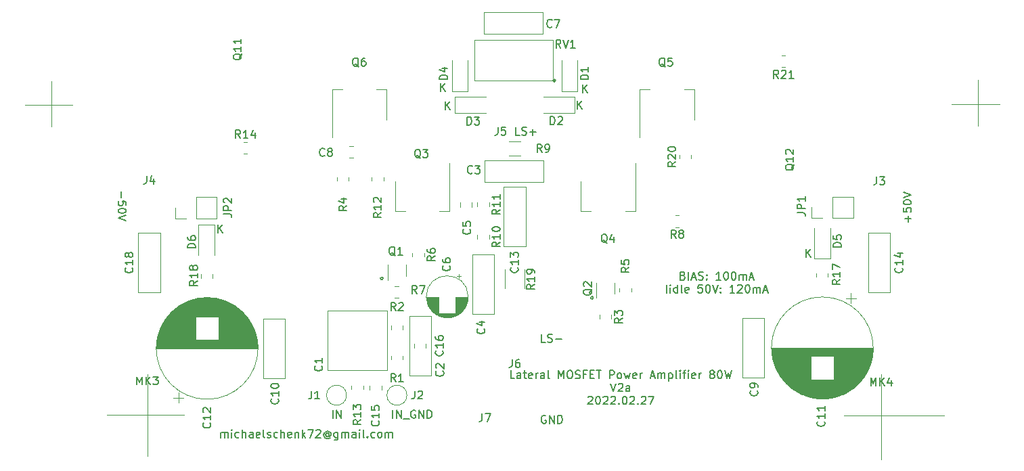
<source format=gbr>
G04 #@! TF.GenerationSoftware,KiCad,Pcbnew,(6.0.2-0)*
G04 #@! TF.CreationDate,2022-02-28T20:29:11+01:00*
G04 #@! TF.ProjectId,amp-mosfet-80w,616d702d-6d6f-4736-9665-742d3830772e,rev?*
G04 #@! TF.SameCoordinates,Original*
G04 #@! TF.FileFunction,Legend,Top*
G04 #@! TF.FilePolarity,Positive*
%FSLAX46Y46*%
G04 Gerber Fmt 4.6, Leading zero omitted, Abs format (unit mm)*
G04 Created by KiCad (PCBNEW (6.0.2-0)) date 2022-02-28 20:29:11*
%MOMM*%
%LPD*%
G01*
G04 APERTURE LIST*
%ADD10C,0.120000*%
%ADD11C,0.150000*%
G04 APERTURE END LIST*
D10*
X98107500Y-56896000D02*
X104076500Y-56896000D01*
X101409500Y-53911500D02*
X101409500Y-59626500D01*
X213106000Y-95758000D02*
X200533000Y-95758000D01*
X117983000Y-95631000D02*
X108331000Y-95631000D01*
X205232000Y-101219000D02*
X205232000Y-90551000D01*
X217360500Y-53784500D02*
X217360500Y-59499500D01*
X214058500Y-56769000D02*
X220027500Y-56769000D01*
X113411000Y-90551000D02*
X113411000Y-100838000D01*
X113411000Y-100838000D02*
X113538000Y-100711000D01*
D11*
X163258595Y-95766000D02*
X163163357Y-95718380D01*
X163020500Y-95718380D01*
X162877642Y-95766000D01*
X162782404Y-95861238D01*
X162734785Y-95956476D01*
X162687166Y-96146952D01*
X162687166Y-96289809D01*
X162734785Y-96480285D01*
X162782404Y-96575523D01*
X162877642Y-96670761D01*
X163020500Y-96718380D01*
X163115738Y-96718380D01*
X163258595Y-96670761D01*
X163306214Y-96623142D01*
X163306214Y-96289809D01*
X163115738Y-96289809D01*
X163734785Y-96718380D02*
X163734785Y-95718380D01*
X164306214Y-96718380D01*
X164306214Y-95718380D01*
X164782404Y-96718380D02*
X164782404Y-95718380D01*
X165020500Y-95718380D01*
X165163357Y-95766000D01*
X165258595Y-95861238D01*
X165306214Y-95956476D01*
X165353833Y-96146952D01*
X165353833Y-96289809D01*
X165306214Y-96480285D01*
X165258595Y-96575523D01*
X165163357Y-96670761D01*
X165020500Y-96718380D01*
X164782404Y-96718380D01*
X110164571Y-67707095D02*
X110164571Y-68469000D01*
X110783619Y-69421380D02*
X110783619Y-68945190D01*
X110307428Y-68897571D01*
X110355047Y-68945190D01*
X110402666Y-69040428D01*
X110402666Y-69278523D01*
X110355047Y-69373761D01*
X110307428Y-69421380D01*
X110212190Y-69469000D01*
X109974095Y-69469000D01*
X109878857Y-69421380D01*
X109831238Y-69373761D01*
X109783619Y-69278523D01*
X109783619Y-69040428D01*
X109831238Y-68945190D01*
X109878857Y-68897571D01*
X110783619Y-70088047D02*
X110783619Y-70183285D01*
X110736000Y-70278523D01*
X110688380Y-70326142D01*
X110593142Y-70373761D01*
X110402666Y-70421380D01*
X110164571Y-70421380D01*
X109974095Y-70373761D01*
X109878857Y-70326142D01*
X109831238Y-70278523D01*
X109783619Y-70183285D01*
X109783619Y-70088047D01*
X109831238Y-69992809D01*
X109878857Y-69945190D01*
X109974095Y-69897571D01*
X110164571Y-69849952D01*
X110402666Y-69849952D01*
X110593142Y-69897571D01*
X110688380Y-69945190D01*
X110736000Y-69992809D01*
X110783619Y-70088047D01*
X110783619Y-70707095D02*
X109783619Y-71040428D01*
X110783619Y-71373761D01*
X164338000Y-53681380D02*
X164242761Y-53729000D01*
X164195142Y-53824238D01*
X164242761Y-53919476D01*
X164338000Y-53967095D01*
X164433238Y-53919476D01*
X164480857Y-53824238D01*
X164433238Y-53729000D01*
X164338000Y-53681380D01*
X169037000Y-80859380D02*
X168941761Y-80907000D01*
X168894142Y-81002238D01*
X168941761Y-81097476D01*
X169037000Y-81145095D01*
X169132238Y-81097476D01*
X169179857Y-81002238D01*
X169132238Y-80907000D01*
X169037000Y-80859380D01*
X142748000Y-78446380D02*
X142652761Y-78494000D01*
X142605142Y-78589238D01*
X142652761Y-78684476D01*
X142748000Y-78732095D01*
X142843238Y-78684476D01*
X142890857Y-78589238D01*
X142843238Y-78494000D01*
X142748000Y-78446380D01*
X136636190Y-96083380D02*
X136636190Y-95083380D01*
X137112380Y-96083380D02*
X137112380Y-95083380D01*
X137683809Y-96083380D01*
X137683809Y-95083380D01*
X159996285Y-60650380D02*
X159520095Y-60650380D01*
X159520095Y-59650380D01*
X160282000Y-60602761D02*
X160424857Y-60650380D01*
X160662952Y-60650380D01*
X160758190Y-60602761D01*
X160805809Y-60555142D01*
X160853428Y-60459904D01*
X160853428Y-60364666D01*
X160805809Y-60269428D01*
X160758190Y-60221809D01*
X160662952Y-60174190D01*
X160472476Y-60126571D01*
X160377238Y-60078952D01*
X160329619Y-60031333D01*
X160282000Y-59936095D01*
X160282000Y-59840857D01*
X160329619Y-59745619D01*
X160377238Y-59698000D01*
X160472476Y-59650380D01*
X160710571Y-59650380D01*
X160853428Y-59698000D01*
X161282000Y-60269428D02*
X162043904Y-60269428D01*
X161662952Y-60650380D02*
X161662952Y-59888476D01*
X122293095Y-72842380D02*
X122293095Y-71842380D01*
X122864523Y-72842380D02*
X122435952Y-72270952D01*
X122864523Y-71842380D02*
X122293095Y-72413809D01*
X208605428Y-71484904D02*
X208605428Y-70723000D01*
X208986380Y-71103952D02*
X208224476Y-71103952D01*
X207986380Y-69770619D02*
X207986380Y-70246809D01*
X208462571Y-70294428D01*
X208414952Y-70246809D01*
X208367333Y-70151571D01*
X208367333Y-69913476D01*
X208414952Y-69818238D01*
X208462571Y-69770619D01*
X208557809Y-69723000D01*
X208795904Y-69723000D01*
X208891142Y-69770619D01*
X208938761Y-69818238D01*
X208986380Y-69913476D01*
X208986380Y-70151571D01*
X208938761Y-70246809D01*
X208891142Y-70294428D01*
X207986380Y-69103952D02*
X207986380Y-69008714D01*
X208034000Y-68913476D01*
X208081619Y-68865857D01*
X208176857Y-68818238D01*
X208367333Y-68770619D01*
X208605428Y-68770619D01*
X208795904Y-68818238D01*
X208891142Y-68865857D01*
X208938761Y-68913476D01*
X208986380Y-69008714D01*
X208986380Y-69103952D01*
X208938761Y-69199190D01*
X208891142Y-69246809D01*
X208795904Y-69294428D01*
X208605428Y-69342047D01*
X208367333Y-69342047D01*
X208176857Y-69294428D01*
X208081619Y-69246809D01*
X208034000Y-69199190D01*
X207986380Y-69103952D01*
X207986380Y-68484904D02*
X208986380Y-68151571D01*
X207986380Y-67818238D01*
X144129428Y-96083380D02*
X144129428Y-95083380D01*
X144605619Y-96083380D02*
X144605619Y-95083380D01*
X145177047Y-96083380D01*
X145177047Y-95083380D01*
X145415142Y-96178619D02*
X146177047Y-96178619D01*
X146938952Y-95131000D02*
X146843714Y-95083380D01*
X146700857Y-95083380D01*
X146558000Y-95131000D01*
X146462761Y-95226238D01*
X146415142Y-95321476D01*
X146367523Y-95511952D01*
X146367523Y-95654809D01*
X146415142Y-95845285D01*
X146462761Y-95940523D01*
X146558000Y-96035761D01*
X146700857Y-96083380D01*
X146796095Y-96083380D01*
X146938952Y-96035761D01*
X146986571Y-95988142D01*
X146986571Y-95654809D01*
X146796095Y-95654809D01*
X147415142Y-96083380D02*
X147415142Y-95083380D01*
X147986571Y-96083380D01*
X147986571Y-95083380D01*
X148462761Y-96083380D02*
X148462761Y-95083380D01*
X148700857Y-95083380D01*
X148843714Y-95131000D01*
X148938952Y-95226238D01*
X148986571Y-95321476D01*
X149034190Y-95511952D01*
X149034190Y-95654809D01*
X148986571Y-95845285D01*
X148938952Y-95940523D01*
X148843714Y-96035761D01*
X148700857Y-96083380D01*
X148462761Y-96083380D01*
X167251095Y-57348380D02*
X167251095Y-56348380D01*
X167822523Y-57348380D02*
X167393952Y-56776952D01*
X167822523Y-56348380D02*
X167251095Y-56919809D01*
X122635714Y-98496380D02*
X122635714Y-97829714D01*
X122635714Y-97924952D02*
X122683333Y-97877333D01*
X122778571Y-97829714D01*
X122921428Y-97829714D01*
X123016666Y-97877333D01*
X123064285Y-97972571D01*
X123064285Y-98496380D01*
X123064285Y-97972571D02*
X123111904Y-97877333D01*
X123207142Y-97829714D01*
X123350000Y-97829714D01*
X123445238Y-97877333D01*
X123492857Y-97972571D01*
X123492857Y-98496380D01*
X123969047Y-98496380D02*
X123969047Y-97829714D01*
X123969047Y-97496380D02*
X123921428Y-97544000D01*
X123969047Y-97591619D01*
X124016666Y-97544000D01*
X123969047Y-97496380D01*
X123969047Y-97591619D01*
X124873809Y-98448761D02*
X124778571Y-98496380D01*
X124588095Y-98496380D01*
X124492857Y-98448761D01*
X124445238Y-98401142D01*
X124397619Y-98305904D01*
X124397619Y-98020190D01*
X124445238Y-97924952D01*
X124492857Y-97877333D01*
X124588095Y-97829714D01*
X124778571Y-97829714D01*
X124873809Y-97877333D01*
X125302380Y-98496380D02*
X125302380Y-97496380D01*
X125730952Y-98496380D02*
X125730952Y-97972571D01*
X125683333Y-97877333D01*
X125588095Y-97829714D01*
X125445238Y-97829714D01*
X125350000Y-97877333D01*
X125302380Y-97924952D01*
X126635714Y-98496380D02*
X126635714Y-97972571D01*
X126588095Y-97877333D01*
X126492857Y-97829714D01*
X126302380Y-97829714D01*
X126207142Y-97877333D01*
X126635714Y-98448761D02*
X126540476Y-98496380D01*
X126302380Y-98496380D01*
X126207142Y-98448761D01*
X126159523Y-98353523D01*
X126159523Y-98258285D01*
X126207142Y-98163047D01*
X126302380Y-98115428D01*
X126540476Y-98115428D01*
X126635714Y-98067809D01*
X127492857Y-98448761D02*
X127397619Y-98496380D01*
X127207142Y-98496380D01*
X127111904Y-98448761D01*
X127064285Y-98353523D01*
X127064285Y-97972571D01*
X127111904Y-97877333D01*
X127207142Y-97829714D01*
X127397619Y-97829714D01*
X127492857Y-97877333D01*
X127540476Y-97972571D01*
X127540476Y-98067809D01*
X127064285Y-98163047D01*
X128111904Y-98496380D02*
X128016666Y-98448761D01*
X127969047Y-98353523D01*
X127969047Y-97496380D01*
X128445238Y-98448761D02*
X128540476Y-98496380D01*
X128730952Y-98496380D01*
X128826190Y-98448761D01*
X128873809Y-98353523D01*
X128873809Y-98305904D01*
X128826190Y-98210666D01*
X128730952Y-98163047D01*
X128588095Y-98163047D01*
X128492857Y-98115428D01*
X128445238Y-98020190D01*
X128445238Y-97972571D01*
X128492857Y-97877333D01*
X128588095Y-97829714D01*
X128730952Y-97829714D01*
X128826190Y-97877333D01*
X129730952Y-98448761D02*
X129635714Y-98496380D01*
X129445238Y-98496380D01*
X129350000Y-98448761D01*
X129302380Y-98401142D01*
X129254761Y-98305904D01*
X129254761Y-98020190D01*
X129302380Y-97924952D01*
X129350000Y-97877333D01*
X129445238Y-97829714D01*
X129635714Y-97829714D01*
X129730952Y-97877333D01*
X130159523Y-98496380D02*
X130159523Y-97496380D01*
X130588095Y-98496380D02*
X130588095Y-97972571D01*
X130540476Y-97877333D01*
X130445238Y-97829714D01*
X130302380Y-97829714D01*
X130207142Y-97877333D01*
X130159523Y-97924952D01*
X131445238Y-98448761D02*
X131350000Y-98496380D01*
X131159523Y-98496380D01*
X131064285Y-98448761D01*
X131016666Y-98353523D01*
X131016666Y-97972571D01*
X131064285Y-97877333D01*
X131159523Y-97829714D01*
X131350000Y-97829714D01*
X131445238Y-97877333D01*
X131492857Y-97972571D01*
X131492857Y-98067809D01*
X131016666Y-98163047D01*
X131921428Y-97829714D02*
X131921428Y-98496380D01*
X131921428Y-97924952D02*
X131969047Y-97877333D01*
X132064285Y-97829714D01*
X132207142Y-97829714D01*
X132302380Y-97877333D01*
X132350000Y-97972571D01*
X132350000Y-98496380D01*
X132826190Y-98496380D02*
X132826190Y-97496380D01*
X132921428Y-98115428D02*
X133207142Y-98496380D01*
X133207142Y-97829714D02*
X132826190Y-98210666D01*
X133540476Y-97496380D02*
X134207142Y-97496380D01*
X133778571Y-98496380D01*
X134540476Y-97591619D02*
X134588095Y-97544000D01*
X134683333Y-97496380D01*
X134921428Y-97496380D01*
X135016666Y-97544000D01*
X135064285Y-97591619D01*
X135111904Y-97686857D01*
X135111904Y-97782095D01*
X135064285Y-97924952D01*
X134492857Y-98496380D01*
X135111904Y-98496380D01*
X136159523Y-98020190D02*
X136111904Y-97972571D01*
X136016666Y-97924952D01*
X135921428Y-97924952D01*
X135826190Y-97972571D01*
X135778571Y-98020190D01*
X135730952Y-98115428D01*
X135730952Y-98210666D01*
X135778571Y-98305904D01*
X135826190Y-98353523D01*
X135921428Y-98401142D01*
X136016666Y-98401142D01*
X136111904Y-98353523D01*
X136159523Y-98305904D01*
X136159523Y-97924952D02*
X136159523Y-98305904D01*
X136207142Y-98353523D01*
X136254761Y-98353523D01*
X136350000Y-98305904D01*
X136397619Y-98210666D01*
X136397619Y-97972571D01*
X136302380Y-97829714D01*
X136159523Y-97734476D01*
X135969047Y-97686857D01*
X135778571Y-97734476D01*
X135635714Y-97829714D01*
X135540476Y-97972571D01*
X135492857Y-98163047D01*
X135540476Y-98353523D01*
X135635714Y-98496380D01*
X135778571Y-98591619D01*
X135969047Y-98639238D01*
X136159523Y-98591619D01*
X136302380Y-98496380D01*
X137254761Y-97829714D02*
X137254761Y-98639238D01*
X137207142Y-98734476D01*
X137159523Y-98782095D01*
X137064285Y-98829714D01*
X136921428Y-98829714D01*
X136826190Y-98782095D01*
X137254761Y-98448761D02*
X137159523Y-98496380D01*
X136969047Y-98496380D01*
X136873809Y-98448761D01*
X136826190Y-98401142D01*
X136778571Y-98305904D01*
X136778571Y-98020190D01*
X136826190Y-97924952D01*
X136873809Y-97877333D01*
X136969047Y-97829714D01*
X137159523Y-97829714D01*
X137254761Y-97877333D01*
X137730952Y-98496380D02*
X137730952Y-97829714D01*
X137730952Y-97924952D02*
X137778571Y-97877333D01*
X137873809Y-97829714D01*
X138016666Y-97829714D01*
X138111904Y-97877333D01*
X138159523Y-97972571D01*
X138159523Y-98496380D01*
X138159523Y-97972571D02*
X138207142Y-97877333D01*
X138302380Y-97829714D01*
X138445238Y-97829714D01*
X138540476Y-97877333D01*
X138588095Y-97972571D01*
X138588095Y-98496380D01*
X139492857Y-98496380D02*
X139492857Y-97972571D01*
X139445238Y-97877333D01*
X139350000Y-97829714D01*
X139159523Y-97829714D01*
X139064285Y-97877333D01*
X139492857Y-98448761D02*
X139397619Y-98496380D01*
X139159523Y-98496380D01*
X139064285Y-98448761D01*
X139016666Y-98353523D01*
X139016666Y-98258285D01*
X139064285Y-98163047D01*
X139159523Y-98115428D01*
X139397619Y-98115428D01*
X139492857Y-98067809D01*
X139969047Y-98496380D02*
X139969047Y-97829714D01*
X139969047Y-97496380D02*
X139921428Y-97544000D01*
X139969047Y-97591619D01*
X140016666Y-97544000D01*
X139969047Y-97496380D01*
X139969047Y-97591619D01*
X140588095Y-98496380D02*
X140492857Y-98448761D01*
X140445238Y-98353523D01*
X140445238Y-97496380D01*
X140969047Y-98401142D02*
X141016666Y-98448761D01*
X140969047Y-98496380D01*
X140921428Y-98448761D01*
X140969047Y-98401142D01*
X140969047Y-98496380D01*
X141873809Y-98448761D02*
X141778571Y-98496380D01*
X141588095Y-98496380D01*
X141492857Y-98448761D01*
X141445238Y-98401142D01*
X141397619Y-98305904D01*
X141397619Y-98020190D01*
X141445238Y-97924952D01*
X141492857Y-97877333D01*
X141588095Y-97829714D01*
X141778571Y-97829714D01*
X141873809Y-97877333D01*
X142445238Y-98496380D02*
X142350000Y-98448761D01*
X142302380Y-98401142D01*
X142254761Y-98305904D01*
X142254761Y-98020190D01*
X142302380Y-97924952D01*
X142350000Y-97877333D01*
X142445238Y-97829714D01*
X142588095Y-97829714D01*
X142683333Y-97877333D01*
X142730952Y-97924952D01*
X142778571Y-98020190D01*
X142778571Y-98305904D01*
X142730952Y-98401142D01*
X142683333Y-98448761D01*
X142588095Y-98496380D01*
X142445238Y-98496380D01*
X143207142Y-98496380D02*
X143207142Y-97829714D01*
X143207142Y-97924952D02*
X143254761Y-97877333D01*
X143350000Y-97829714D01*
X143492857Y-97829714D01*
X143588095Y-97877333D01*
X143635714Y-97972571D01*
X143635714Y-98496380D01*
X143635714Y-97972571D02*
X143683333Y-97877333D01*
X143778571Y-97829714D01*
X143921428Y-97829714D01*
X144016666Y-97877333D01*
X144064285Y-97972571D01*
X144064285Y-98496380D01*
X195826095Y-75890380D02*
X195826095Y-74890380D01*
X196397523Y-75890380D02*
X195968952Y-75318952D01*
X196397523Y-74890380D02*
X195826095Y-75461809D01*
X180443714Y-78244571D02*
X180586571Y-78292190D01*
X180634190Y-78339809D01*
X180681809Y-78435047D01*
X180681809Y-78577904D01*
X180634190Y-78673142D01*
X180586571Y-78720761D01*
X180491333Y-78768380D01*
X180110380Y-78768380D01*
X180110380Y-77768380D01*
X180443714Y-77768380D01*
X180538952Y-77816000D01*
X180586571Y-77863619D01*
X180634190Y-77958857D01*
X180634190Y-78054095D01*
X180586571Y-78149333D01*
X180538952Y-78196952D01*
X180443714Y-78244571D01*
X180110380Y-78244571D01*
X181110380Y-78768380D02*
X181110380Y-77768380D01*
X181538952Y-78482666D02*
X182015142Y-78482666D01*
X181443714Y-78768380D02*
X181777047Y-77768380D01*
X182110380Y-78768380D01*
X182396095Y-78720761D02*
X182538952Y-78768380D01*
X182777047Y-78768380D01*
X182872285Y-78720761D01*
X182919904Y-78673142D01*
X182967523Y-78577904D01*
X182967523Y-78482666D01*
X182919904Y-78387428D01*
X182872285Y-78339809D01*
X182777047Y-78292190D01*
X182586571Y-78244571D01*
X182491333Y-78196952D01*
X182443714Y-78149333D01*
X182396095Y-78054095D01*
X182396095Y-77958857D01*
X182443714Y-77863619D01*
X182491333Y-77816000D01*
X182586571Y-77768380D01*
X182824666Y-77768380D01*
X182967523Y-77816000D01*
X183396095Y-78673142D02*
X183443714Y-78720761D01*
X183396095Y-78768380D01*
X183348476Y-78720761D01*
X183396095Y-78673142D01*
X183396095Y-78768380D01*
X183396095Y-78149333D02*
X183443714Y-78196952D01*
X183396095Y-78244571D01*
X183348476Y-78196952D01*
X183396095Y-78149333D01*
X183396095Y-78244571D01*
X185158000Y-78768380D02*
X184586571Y-78768380D01*
X184872285Y-78768380D02*
X184872285Y-77768380D01*
X184777047Y-77911238D01*
X184681809Y-78006476D01*
X184586571Y-78054095D01*
X185777047Y-77768380D02*
X185872285Y-77768380D01*
X185967523Y-77816000D01*
X186015142Y-77863619D01*
X186062761Y-77958857D01*
X186110380Y-78149333D01*
X186110380Y-78387428D01*
X186062761Y-78577904D01*
X186015142Y-78673142D01*
X185967523Y-78720761D01*
X185872285Y-78768380D01*
X185777047Y-78768380D01*
X185681809Y-78720761D01*
X185634190Y-78673142D01*
X185586571Y-78577904D01*
X185538952Y-78387428D01*
X185538952Y-78149333D01*
X185586571Y-77958857D01*
X185634190Y-77863619D01*
X185681809Y-77816000D01*
X185777047Y-77768380D01*
X186729428Y-77768380D02*
X186824666Y-77768380D01*
X186919904Y-77816000D01*
X186967523Y-77863619D01*
X187015142Y-77958857D01*
X187062761Y-78149333D01*
X187062761Y-78387428D01*
X187015142Y-78577904D01*
X186967523Y-78673142D01*
X186919904Y-78720761D01*
X186824666Y-78768380D01*
X186729428Y-78768380D01*
X186634190Y-78720761D01*
X186586571Y-78673142D01*
X186538952Y-78577904D01*
X186491333Y-78387428D01*
X186491333Y-78149333D01*
X186538952Y-77958857D01*
X186586571Y-77863619D01*
X186634190Y-77816000D01*
X186729428Y-77768380D01*
X187491333Y-78768380D02*
X187491333Y-78101714D01*
X187491333Y-78196952D02*
X187538952Y-78149333D01*
X187634190Y-78101714D01*
X187777047Y-78101714D01*
X187872285Y-78149333D01*
X187919904Y-78244571D01*
X187919904Y-78768380D01*
X187919904Y-78244571D02*
X187967523Y-78149333D01*
X188062761Y-78101714D01*
X188205619Y-78101714D01*
X188300857Y-78149333D01*
X188348476Y-78244571D01*
X188348476Y-78768380D01*
X188777047Y-78482666D02*
X189253238Y-78482666D01*
X188681809Y-78768380D02*
X189015142Y-77768380D01*
X189348476Y-78768380D01*
X178372285Y-80378380D02*
X178372285Y-79378380D01*
X178848476Y-80378380D02*
X178848476Y-79711714D01*
X178848476Y-79378380D02*
X178800857Y-79426000D01*
X178848476Y-79473619D01*
X178896095Y-79426000D01*
X178848476Y-79378380D01*
X178848476Y-79473619D01*
X179753238Y-80378380D02*
X179753238Y-79378380D01*
X179753238Y-80330761D02*
X179658000Y-80378380D01*
X179467523Y-80378380D01*
X179372285Y-80330761D01*
X179324666Y-80283142D01*
X179277047Y-80187904D01*
X179277047Y-79902190D01*
X179324666Y-79806952D01*
X179372285Y-79759333D01*
X179467523Y-79711714D01*
X179658000Y-79711714D01*
X179753238Y-79759333D01*
X180372285Y-80378380D02*
X180277047Y-80330761D01*
X180229428Y-80235523D01*
X180229428Y-79378380D01*
X181134190Y-80330761D02*
X181038952Y-80378380D01*
X180848476Y-80378380D01*
X180753238Y-80330761D01*
X180705619Y-80235523D01*
X180705619Y-79854571D01*
X180753238Y-79759333D01*
X180848476Y-79711714D01*
X181038952Y-79711714D01*
X181134190Y-79759333D01*
X181181809Y-79854571D01*
X181181809Y-79949809D01*
X180705619Y-80045047D01*
X182848476Y-79378380D02*
X182372285Y-79378380D01*
X182324666Y-79854571D01*
X182372285Y-79806952D01*
X182467523Y-79759333D01*
X182705619Y-79759333D01*
X182800857Y-79806952D01*
X182848476Y-79854571D01*
X182896095Y-79949809D01*
X182896095Y-80187904D01*
X182848476Y-80283142D01*
X182800857Y-80330761D01*
X182705619Y-80378380D01*
X182467523Y-80378380D01*
X182372285Y-80330761D01*
X182324666Y-80283142D01*
X183515142Y-79378380D02*
X183610380Y-79378380D01*
X183705619Y-79426000D01*
X183753238Y-79473619D01*
X183800857Y-79568857D01*
X183848476Y-79759333D01*
X183848476Y-79997428D01*
X183800857Y-80187904D01*
X183753238Y-80283142D01*
X183705619Y-80330761D01*
X183610380Y-80378380D01*
X183515142Y-80378380D01*
X183419904Y-80330761D01*
X183372285Y-80283142D01*
X183324666Y-80187904D01*
X183277047Y-79997428D01*
X183277047Y-79759333D01*
X183324666Y-79568857D01*
X183372285Y-79473619D01*
X183419904Y-79426000D01*
X183515142Y-79378380D01*
X184134190Y-79378380D02*
X184467523Y-80378380D01*
X184800857Y-79378380D01*
X185134190Y-80283142D02*
X185181809Y-80330761D01*
X185134190Y-80378380D01*
X185086571Y-80330761D01*
X185134190Y-80283142D01*
X185134190Y-80378380D01*
X185134190Y-79759333D02*
X185181809Y-79806952D01*
X185134190Y-79854571D01*
X185086571Y-79806952D01*
X185134190Y-79759333D01*
X185134190Y-79854571D01*
X186896095Y-80378380D02*
X186324666Y-80378380D01*
X186610380Y-80378380D02*
X186610380Y-79378380D01*
X186515142Y-79521238D01*
X186419904Y-79616476D01*
X186324666Y-79664095D01*
X187277047Y-79473619D02*
X187324666Y-79426000D01*
X187419904Y-79378380D01*
X187658000Y-79378380D01*
X187753238Y-79426000D01*
X187800857Y-79473619D01*
X187848476Y-79568857D01*
X187848476Y-79664095D01*
X187800857Y-79806952D01*
X187229428Y-80378380D01*
X187848476Y-80378380D01*
X188467523Y-79378380D02*
X188562761Y-79378380D01*
X188658000Y-79426000D01*
X188705619Y-79473619D01*
X188753238Y-79568857D01*
X188800857Y-79759333D01*
X188800857Y-79997428D01*
X188753238Y-80187904D01*
X188705619Y-80283142D01*
X188658000Y-80330761D01*
X188562761Y-80378380D01*
X188467523Y-80378380D01*
X188372285Y-80330761D01*
X188324666Y-80283142D01*
X188277047Y-80187904D01*
X188229428Y-79997428D01*
X188229428Y-79759333D01*
X188277047Y-79568857D01*
X188324666Y-79473619D01*
X188372285Y-79426000D01*
X188467523Y-79378380D01*
X189229428Y-80378380D02*
X189229428Y-79711714D01*
X189229428Y-79806952D02*
X189277047Y-79759333D01*
X189372285Y-79711714D01*
X189515142Y-79711714D01*
X189610380Y-79759333D01*
X189658000Y-79854571D01*
X189658000Y-80378380D01*
X189658000Y-79854571D02*
X189705619Y-79759333D01*
X189800857Y-79711714D01*
X189943714Y-79711714D01*
X190038952Y-79759333D01*
X190086571Y-79854571D01*
X190086571Y-80378380D01*
X190515142Y-80092666D02*
X190991333Y-80092666D01*
X190419904Y-80378380D02*
X190753238Y-79378380D01*
X191086571Y-80378380D01*
X150741095Y-57475380D02*
X150741095Y-56475380D01*
X151312523Y-57475380D02*
X150883952Y-56903952D01*
X151312523Y-56475380D02*
X150741095Y-57046809D01*
X159370785Y-91107880D02*
X158894595Y-91107880D01*
X158894595Y-90107880D01*
X160132690Y-91107880D02*
X160132690Y-90584071D01*
X160085071Y-90488833D01*
X159989833Y-90441214D01*
X159799357Y-90441214D01*
X159704119Y-90488833D01*
X160132690Y-91060261D02*
X160037452Y-91107880D01*
X159799357Y-91107880D01*
X159704119Y-91060261D01*
X159656500Y-90965023D01*
X159656500Y-90869785D01*
X159704119Y-90774547D01*
X159799357Y-90726928D01*
X160037452Y-90726928D01*
X160132690Y-90679309D01*
X160466023Y-90441214D02*
X160846976Y-90441214D01*
X160608880Y-90107880D02*
X160608880Y-90965023D01*
X160656500Y-91060261D01*
X160751738Y-91107880D01*
X160846976Y-91107880D01*
X161561261Y-91060261D02*
X161466023Y-91107880D01*
X161275547Y-91107880D01*
X161180309Y-91060261D01*
X161132690Y-90965023D01*
X161132690Y-90584071D01*
X161180309Y-90488833D01*
X161275547Y-90441214D01*
X161466023Y-90441214D01*
X161561261Y-90488833D01*
X161608880Y-90584071D01*
X161608880Y-90679309D01*
X161132690Y-90774547D01*
X162037452Y-91107880D02*
X162037452Y-90441214D01*
X162037452Y-90631690D02*
X162085071Y-90536452D01*
X162132690Y-90488833D01*
X162227928Y-90441214D01*
X162323166Y-90441214D01*
X163085071Y-91107880D02*
X163085071Y-90584071D01*
X163037452Y-90488833D01*
X162942214Y-90441214D01*
X162751738Y-90441214D01*
X162656500Y-90488833D01*
X163085071Y-91060261D02*
X162989833Y-91107880D01*
X162751738Y-91107880D01*
X162656500Y-91060261D01*
X162608880Y-90965023D01*
X162608880Y-90869785D01*
X162656500Y-90774547D01*
X162751738Y-90726928D01*
X162989833Y-90726928D01*
X163085071Y-90679309D01*
X163704119Y-91107880D02*
X163608880Y-91060261D01*
X163561261Y-90965023D01*
X163561261Y-90107880D01*
X164846976Y-91107880D02*
X164846976Y-90107880D01*
X165180309Y-90822166D01*
X165513642Y-90107880D01*
X165513642Y-91107880D01*
X166180309Y-90107880D02*
X166370785Y-90107880D01*
X166466023Y-90155500D01*
X166561261Y-90250738D01*
X166608880Y-90441214D01*
X166608880Y-90774547D01*
X166561261Y-90965023D01*
X166466023Y-91060261D01*
X166370785Y-91107880D01*
X166180309Y-91107880D01*
X166085071Y-91060261D01*
X165989833Y-90965023D01*
X165942214Y-90774547D01*
X165942214Y-90441214D01*
X165989833Y-90250738D01*
X166085071Y-90155500D01*
X166180309Y-90107880D01*
X166989833Y-91060261D02*
X167132690Y-91107880D01*
X167370785Y-91107880D01*
X167466023Y-91060261D01*
X167513642Y-91012642D01*
X167561261Y-90917404D01*
X167561261Y-90822166D01*
X167513642Y-90726928D01*
X167466023Y-90679309D01*
X167370785Y-90631690D01*
X167180309Y-90584071D01*
X167085071Y-90536452D01*
X167037452Y-90488833D01*
X166989833Y-90393595D01*
X166989833Y-90298357D01*
X167037452Y-90203119D01*
X167085071Y-90155500D01*
X167180309Y-90107880D01*
X167418404Y-90107880D01*
X167561261Y-90155500D01*
X168323166Y-90584071D02*
X167989833Y-90584071D01*
X167989833Y-91107880D02*
X167989833Y-90107880D01*
X168466023Y-90107880D01*
X168846976Y-90584071D02*
X169180309Y-90584071D01*
X169323166Y-91107880D02*
X168846976Y-91107880D01*
X168846976Y-90107880D01*
X169323166Y-90107880D01*
X169608880Y-90107880D02*
X170180309Y-90107880D01*
X169894595Y-91107880D02*
X169894595Y-90107880D01*
X171275547Y-91107880D02*
X171275547Y-90107880D01*
X171656500Y-90107880D01*
X171751738Y-90155500D01*
X171799357Y-90203119D01*
X171846976Y-90298357D01*
X171846976Y-90441214D01*
X171799357Y-90536452D01*
X171751738Y-90584071D01*
X171656500Y-90631690D01*
X171275547Y-90631690D01*
X172418404Y-91107880D02*
X172323166Y-91060261D01*
X172275547Y-91012642D01*
X172227928Y-90917404D01*
X172227928Y-90631690D01*
X172275547Y-90536452D01*
X172323166Y-90488833D01*
X172418404Y-90441214D01*
X172561261Y-90441214D01*
X172656500Y-90488833D01*
X172704119Y-90536452D01*
X172751738Y-90631690D01*
X172751738Y-90917404D01*
X172704119Y-91012642D01*
X172656500Y-91060261D01*
X172561261Y-91107880D01*
X172418404Y-91107880D01*
X173085071Y-90441214D02*
X173275547Y-91107880D01*
X173466023Y-90631690D01*
X173656500Y-91107880D01*
X173846976Y-90441214D01*
X174608880Y-91060261D02*
X174513642Y-91107880D01*
X174323166Y-91107880D01*
X174227928Y-91060261D01*
X174180309Y-90965023D01*
X174180309Y-90584071D01*
X174227928Y-90488833D01*
X174323166Y-90441214D01*
X174513642Y-90441214D01*
X174608880Y-90488833D01*
X174656500Y-90584071D01*
X174656500Y-90679309D01*
X174180309Y-90774547D01*
X175085071Y-91107880D02*
X175085071Y-90441214D01*
X175085071Y-90631690D02*
X175132690Y-90536452D01*
X175180309Y-90488833D01*
X175275547Y-90441214D01*
X175370785Y-90441214D01*
X176418404Y-90822166D02*
X176894595Y-90822166D01*
X176323166Y-91107880D02*
X176656500Y-90107880D01*
X176989833Y-91107880D01*
X177323166Y-91107880D02*
X177323166Y-90441214D01*
X177323166Y-90536452D02*
X177370785Y-90488833D01*
X177466023Y-90441214D01*
X177608880Y-90441214D01*
X177704119Y-90488833D01*
X177751738Y-90584071D01*
X177751738Y-91107880D01*
X177751738Y-90584071D02*
X177799357Y-90488833D01*
X177894595Y-90441214D01*
X178037452Y-90441214D01*
X178132690Y-90488833D01*
X178180309Y-90584071D01*
X178180309Y-91107880D01*
X178656500Y-90441214D02*
X178656500Y-91441214D01*
X178656500Y-90488833D02*
X178751738Y-90441214D01*
X178942214Y-90441214D01*
X179037452Y-90488833D01*
X179085071Y-90536452D01*
X179132690Y-90631690D01*
X179132690Y-90917404D01*
X179085071Y-91012642D01*
X179037452Y-91060261D01*
X178942214Y-91107880D01*
X178751738Y-91107880D01*
X178656500Y-91060261D01*
X179704119Y-91107880D02*
X179608880Y-91060261D01*
X179561261Y-90965023D01*
X179561261Y-90107880D01*
X180085071Y-91107880D02*
X180085071Y-90441214D01*
X180085071Y-90107880D02*
X180037452Y-90155500D01*
X180085071Y-90203119D01*
X180132690Y-90155500D01*
X180085071Y-90107880D01*
X180085071Y-90203119D01*
X180418404Y-90441214D02*
X180799357Y-90441214D01*
X180561261Y-91107880D02*
X180561261Y-90250738D01*
X180608880Y-90155500D01*
X180704119Y-90107880D01*
X180799357Y-90107880D01*
X181132690Y-91107880D02*
X181132690Y-90441214D01*
X181132690Y-90107880D02*
X181085071Y-90155500D01*
X181132690Y-90203119D01*
X181180309Y-90155500D01*
X181132690Y-90107880D01*
X181132690Y-90203119D01*
X181989833Y-91060261D02*
X181894595Y-91107880D01*
X181704119Y-91107880D01*
X181608880Y-91060261D01*
X181561261Y-90965023D01*
X181561261Y-90584071D01*
X181608880Y-90488833D01*
X181704119Y-90441214D01*
X181894595Y-90441214D01*
X181989833Y-90488833D01*
X182037452Y-90584071D01*
X182037452Y-90679309D01*
X181561261Y-90774547D01*
X182466023Y-91107880D02*
X182466023Y-90441214D01*
X182466023Y-90631690D02*
X182513642Y-90536452D01*
X182561261Y-90488833D01*
X182656500Y-90441214D01*
X182751738Y-90441214D01*
X183989833Y-90536452D02*
X183894595Y-90488833D01*
X183846976Y-90441214D01*
X183799357Y-90345976D01*
X183799357Y-90298357D01*
X183846976Y-90203119D01*
X183894595Y-90155500D01*
X183989833Y-90107880D01*
X184180309Y-90107880D01*
X184275547Y-90155500D01*
X184323166Y-90203119D01*
X184370785Y-90298357D01*
X184370785Y-90345976D01*
X184323166Y-90441214D01*
X184275547Y-90488833D01*
X184180309Y-90536452D01*
X183989833Y-90536452D01*
X183894595Y-90584071D01*
X183846976Y-90631690D01*
X183799357Y-90726928D01*
X183799357Y-90917404D01*
X183846976Y-91012642D01*
X183894595Y-91060261D01*
X183989833Y-91107880D01*
X184180309Y-91107880D01*
X184275547Y-91060261D01*
X184323166Y-91012642D01*
X184370785Y-90917404D01*
X184370785Y-90726928D01*
X184323166Y-90631690D01*
X184275547Y-90584071D01*
X184180309Y-90536452D01*
X184989833Y-90107880D02*
X185085071Y-90107880D01*
X185180309Y-90155500D01*
X185227928Y-90203119D01*
X185275547Y-90298357D01*
X185323166Y-90488833D01*
X185323166Y-90726928D01*
X185275547Y-90917404D01*
X185227928Y-91012642D01*
X185180309Y-91060261D01*
X185085071Y-91107880D01*
X184989833Y-91107880D01*
X184894595Y-91060261D01*
X184846976Y-91012642D01*
X184799357Y-90917404D01*
X184751738Y-90726928D01*
X184751738Y-90488833D01*
X184799357Y-90298357D01*
X184846976Y-90203119D01*
X184894595Y-90155500D01*
X184989833Y-90107880D01*
X185656500Y-90107880D02*
X185894595Y-91107880D01*
X186085071Y-90393595D01*
X186275547Y-91107880D01*
X186513642Y-90107880D01*
X171394595Y-91717880D02*
X171727928Y-92717880D01*
X172061261Y-91717880D01*
X172346976Y-91813119D02*
X172394595Y-91765500D01*
X172489833Y-91717880D01*
X172727928Y-91717880D01*
X172823166Y-91765500D01*
X172870785Y-91813119D01*
X172918404Y-91908357D01*
X172918404Y-92003595D01*
X172870785Y-92146452D01*
X172299357Y-92717880D01*
X172918404Y-92717880D01*
X173775547Y-92717880D02*
X173775547Y-92194071D01*
X173727928Y-92098833D01*
X173632690Y-92051214D01*
X173442214Y-92051214D01*
X173346976Y-92098833D01*
X173775547Y-92670261D02*
X173680309Y-92717880D01*
X173442214Y-92717880D01*
X173346976Y-92670261D01*
X173299357Y-92575023D01*
X173299357Y-92479785D01*
X173346976Y-92384547D01*
X173442214Y-92336928D01*
X173680309Y-92336928D01*
X173775547Y-92289309D01*
X168561261Y-93423119D02*
X168608880Y-93375500D01*
X168704119Y-93327880D01*
X168942214Y-93327880D01*
X169037452Y-93375500D01*
X169085071Y-93423119D01*
X169132690Y-93518357D01*
X169132690Y-93613595D01*
X169085071Y-93756452D01*
X168513642Y-94327880D01*
X169132690Y-94327880D01*
X169751738Y-93327880D02*
X169846976Y-93327880D01*
X169942214Y-93375500D01*
X169989833Y-93423119D01*
X170037452Y-93518357D01*
X170085071Y-93708833D01*
X170085071Y-93946928D01*
X170037452Y-94137404D01*
X169989833Y-94232642D01*
X169942214Y-94280261D01*
X169846976Y-94327880D01*
X169751738Y-94327880D01*
X169656500Y-94280261D01*
X169608880Y-94232642D01*
X169561261Y-94137404D01*
X169513642Y-93946928D01*
X169513642Y-93708833D01*
X169561261Y-93518357D01*
X169608880Y-93423119D01*
X169656500Y-93375500D01*
X169751738Y-93327880D01*
X170466023Y-93423119D02*
X170513642Y-93375500D01*
X170608880Y-93327880D01*
X170846976Y-93327880D01*
X170942214Y-93375500D01*
X170989833Y-93423119D01*
X171037452Y-93518357D01*
X171037452Y-93613595D01*
X170989833Y-93756452D01*
X170418404Y-94327880D01*
X171037452Y-94327880D01*
X171418404Y-93423119D02*
X171466023Y-93375500D01*
X171561261Y-93327880D01*
X171799357Y-93327880D01*
X171894595Y-93375500D01*
X171942214Y-93423119D01*
X171989833Y-93518357D01*
X171989833Y-93613595D01*
X171942214Y-93756452D01*
X171370785Y-94327880D01*
X171989833Y-94327880D01*
X172418404Y-94232642D02*
X172466023Y-94280261D01*
X172418404Y-94327880D01*
X172370785Y-94280261D01*
X172418404Y-94232642D01*
X172418404Y-94327880D01*
X173085071Y-93327880D02*
X173180309Y-93327880D01*
X173275547Y-93375500D01*
X173323166Y-93423119D01*
X173370785Y-93518357D01*
X173418404Y-93708833D01*
X173418404Y-93946928D01*
X173370785Y-94137404D01*
X173323166Y-94232642D01*
X173275547Y-94280261D01*
X173180309Y-94327880D01*
X173085071Y-94327880D01*
X172989833Y-94280261D01*
X172942214Y-94232642D01*
X172894595Y-94137404D01*
X172846976Y-93946928D01*
X172846976Y-93708833D01*
X172894595Y-93518357D01*
X172942214Y-93423119D01*
X172989833Y-93375500D01*
X173085071Y-93327880D01*
X173799357Y-93423119D02*
X173846976Y-93375500D01*
X173942214Y-93327880D01*
X174180309Y-93327880D01*
X174275547Y-93375500D01*
X174323166Y-93423119D01*
X174370785Y-93518357D01*
X174370785Y-93613595D01*
X174323166Y-93756452D01*
X173751738Y-94327880D01*
X174370785Y-94327880D01*
X174799357Y-94232642D02*
X174846976Y-94280261D01*
X174799357Y-94327880D01*
X174751738Y-94280261D01*
X174799357Y-94232642D01*
X174799357Y-94327880D01*
X175227928Y-93423119D02*
X175275547Y-93375500D01*
X175370785Y-93327880D01*
X175608880Y-93327880D01*
X175704119Y-93375500D01*
X175751738Y-93423119D01*
X175799357Y-93518357D01*
X175799357Y-93613595D01*
X175751738Y-93756452D01*
X175180309Y-94327880D01*
X175799357Y-94327880D01*
X176132690Y-93327880D02*
X176799357Y-93327880D01*
X176370785Y-94327880D01*
X167886095Y-55316380D02*
X167886095Y-54316380D01*
X168457523Y-55316380D02*
X168028952Y-54744952D01*
X168457523Y-54316380D02*
X167886095Y-54887809D01*
X150106095Y-55189380D02*
X150106095Y-54189380D01*
X150677523Y-55189380D02*
X150248952Y-54617952D01*
X150677523Y-54189380D02*
X150106095Y-54760809D01*
X163234785Y-86558380D02*
X162758595Y-86558380D01*
X162758595Y-85558380D01*
X163520500Y-86510761D02*
X163663357Y-86558380D01*
X163901452Y-86558380D01*
X163996690Y-86510761D01*
X164044309Y-86463142D01*
X164091928Y-86367904D01*
X164091928Y-86272666D01*
X164044309Y-86177428D01*
X163996690Y-86129809D01*
X163901452Y-86082190D01*
X163710976Y-86034571D01*
X163615738Y-85986952D01*
X163568119Y-85939333D01*
X163520500Y-85844095D01*
X163520500Y-85748857D01*
X163568119Y-85653619D01*
X163615738Y-85606000D01*
X163710976Y-85558380D01*
X163949071Y-85558380D01*
X164091928Y-85606000D01*
X164520500Y-86177428D02*
X165282404Y-86177428D01*
X179523380Y-64015857D02*
X179047190Y-64349190D01*
X179523380Y-64587285D02*
X178523380Y-64587285D01*
X178523380Y-64206333D01*
X178571000Y-64111095D01*
X178618619Y-64063476D01*
X178713857Y-64015857D01*
X178856714Y-64015857D01*
X178951952Y-64063476D01*
X178999571Y-64111095D01*
X179047190Y-64206333D01*
X179047190Y-64587285D01*
X178618619Y-63634904D02*
X178571000Y-63587285D01*
X178523380Y-63492047D01*
X178523380Y-63253952D01*
X178571000Y-63158714D01*
X178618619Y-63111095D01*
X178713857Y-63063476D01*
X178809095Y-63063476D01*
X178951952Y-63111095D01*
X179523380Y-63682523D01*
X179523380Y-63063476D01*
X178523380Y-62444428D02*
X178523380Y-62349190D01*
X178571000Y-62253952D01*
X178618619Y-62206333D01*
X178713857Y-62158714D01*
X178904333Y-62111095D01*
X179142428Y-62111095D01*
X179332904Y-62158714D01*
X179428142Y-62206333D01*
X179475761Y-62253952D01*
X179523380Y-62349190D01*
X179523380Y-62444428D01*
X179475761Y-62539666D01*
X179428142Y-62587285D01*
X179332904Y-62634904D01*
X179142428Y-62682523D01*
X178904333Y-62682523D01*
X178713857Y-62634904D01*
X178618619Y-62587285D01*
X178571000Y-62539666D01*
X178523380Y-62444428D01*
X135231142Y-89524666D02*
X135278761Y-89572285D01*
X135326380Y-89715142D01*
X135326380Y-89810380D01*
X135278761Y-89953238D01*
X135183523Y-90048476D01*
X135088285Y-90096095D01*
X134897809Y-90143714D01*
X134754952Y-90143714D01*
X134564476Y-90096095D01*
X134469238Y-90048476D01*
X134374000Y-89953238D01*
X134326380Y-89810380D01*
X134326380Y-89715142D01*
X134374000Y-89572285D01*
X134421619Y-89524666D01*
X135326380Y-88572285D02*
X135326380Y-89143714D01*
X135326380Y-88858000D02*
X134326380Y-88858000D01*
X134469238Y-88953238D01*
X134564476Y-89048476D01*
X134612095Y-89143714D01*
X150404642Y-90191666D02*
X150452261Y-90239285D01*
X150499880Y-90382142D01*
X150499880Y-90477380D01*
X150452261Y-90620238D01*
X150357023Y-90715476D01*
X150261785Y-90763095D01*
X150071309Y-90810714D01*
X149928452Y-90810714D01*
X149737976Y-90763095D01*
X149642738Y-90715476D01*
X149547500Y-90620238D01*
X149499880Y-90477380D01*
X149499880Y-90382142D01*
X149547500Y-90239285D01*
X149595119Y-90191666D01*
X149595119Y-89810714D02*
X149547500Y-89763095D01*
X149499880Y-89667857D01*
X149499880Y-89429761D01*
X149547500Y-89334523D01*
X149595119Y-89286904D01*
X149690357Y-89239285D01*
X149785595Y-89239285D01*
X149928452Y-89286904D01*
X150499880Y-89858333D01*
X150499880Y-89239285D01*
X154091333Y-65381142D02*
X154043714Y-65428761D01*
X153900857Y-65476380D01*
X153805619Y-65476380D01*
X153662761Y-65428761D01*
X153567523Y-65333523D01*
X153519904Y-65238285D01*
X153472285Y-65047809D01*
X153472285Y-64904952D01*
X153519904Y-64714476D01*
X153567523Y-64619238D01*
X153662761Y-64524000D01*
X153805619Y-64476380D01*
X153900857Y-64476380D01*
X154043714Y-64524000D01*
X154091333Y-64571619D01*
X154424666Y-64476380D02*
X155043714Y-64476380D01*
X154710380Y-64857333D01*
X154853238Y-64857333D01*
X154948476Y-64904952D01*
X154996095Y-64952571D01*
X155043714Y-65047809D01*
X155043714Y-65285904D01*
X154996095Y-65381142D01*
X154948476Y-65428761D01*
X154853238Y-65476380D01*
X154567523Y-65476380D01*
X154472285Y-65428761D01*
X154424666Y-65381142D01*
X155551142Y-84875666D02*
X155598761Y-84923285D01*
X155646380Y-85066142D01*
X155646380Y-85161380D01*
X155598761Y-85304238D01*
X155503523Y-85399476D01*
X155408285Y-85447095D01*
X155217809Y-85494714D01*
X155074952Y-85494714D01*
X154884476Y-85447095D01*
X154789238Y-85399476D01*
X154694000Y-85304238D01*
X154646380Y-85161380D01*
X154646380Y-85066142D01*
X154694000Y-84923285D01*
X154741619Y-84875666D01*
X154979714Y-84018523D02*
X155646380Y-84018523D01*
X154598761Y-84256619D02*
X155313047Y-84494714D01*
X155313047Y-83875666D01*
X153773142Y-72429666D02*
X153820761Y-72477285D01*
X153868380Y-72620142D01*
X153868380Y-72715380D01*
X153820761Y-72858238D01*
X153725523Y-72953476D01*
X153630285Y-73001095D01*
X153439809Y-73048714D01*
X153296952Y-73048714D01*
X153106476Y-73001095D01*
X153011238Y-72953476D01*
X152916000Y-72858238D01*
X152868380Y-72715380D01*
X152868380Y-72620142D01*
X152916000Y-72477285D01*
X152963619Y-72429666D01*
X152868380Y-71524904D02*
X152868380Y-72001095D01*
X153344571Y-72048714D01*
X153296952Y-72001095D01*
X153249333Y-71905857D01*
X153249333Y-71667761D01*
X153296952Y-71572523D01*
X153344571Y-71524904D01*
X153439809Y-71477285D01*
X153677904Y-71477285D01*
X153773142Y-71524904D01*
X153820761Y-71572523D01*
X153868380Y-71667761D01*
X153868380Y-71905857D01*
X153820761Y-72001095D01*
X153773142Y-72048714D01*
X151233142Y-77001666D02*
X151280761Y-77049285D01*
X151328380Y-77192142D01*
X151328380Y-77287380D01*
X151280761Y-77430238D01*
X151185523Y-77525476D01*
X151090285Y-77573095D01*
X150899809Y-77620714D01*
X150756952Y-77620714D01*
X150566476Y-77573095D01*
X150471238Y-77525476D01*
X150376000Y-77430238D01*
X150328380Y-77287380D01*
X150328380Y-77192142D01*
X150376000Y-77049285D01*
X150423619Y-77001666D01*
X150328380Y-76144523D02*
X150328380Y-76335000D01*
X150376000Y-76430238D01*
X150423619Y-76477857D01*
X150566476Y-76573095D01*
X150756952Y-76620714D01*
X151137904Y-76620714D01*
X151233142Y-76573095D01*
X151280761Y-76525476D01*
X151328380Y-76430238D01*
X151328380Y-76239761D01*
X151280761Y-76144523D01*
X151233142Y-76096904D01*
X151137904Y-76049285D01*
X150899809Y-76049285D01*
X150804571Y-76096904D01*
X150756952Y-76144523D01*
X150709333Y-76239761D01*
X150709333Y-76430238D01*
X150756952Y-76525476D01*
X150804571Y-76573095D01*
X150899809Y-76620714D01*
X135596333Y-63222142D02*
X135548714Y-63269761D01*
X135405857Y-63317380D01*
X135310619Y-63317380D01*
X135167761Y-63269761D01*
X135072523Y-63174523D01*
X135024904Y-63079285D01*
X134977285Y-62888809D01*
X134977285Y-62745952D01*
X135024904Y-62555476D01*
X135072523Y-62460238D01*
X135167761Y-62365000D01*
X135310619Y-62317380D01*
X135405857Y-62317380D01*
X135548714Y-62365000D01*
X135596333Y-62412619D01*
X136167761Y-62745952D02*
X136072523Y-62698333D01*
X136024904Y-62650714D01*
X135977285Y-62555476D01*
X135977285Y-62507857D01*
X136024904Y-62412619D01*
X136072523Y-62365000D01*
X136167761Y-62317380D01*
X136358238Y-62317380D01*
X136453476Y-62365000D01*
X136501095Y-62412619D01*
X136548714Y-62507857D01*
X136548714Y-62555476D01*
X136501095Y-62650714D01*
X136453476Y-62698333D01*
X136358238Y-62745952D01*
X136167761Y-62745952D01*
X136072523Y-62793571D01*
X136024904Y-62841190D01*
X135977285Y-62936428D01*
X135977285Y-63126904D01*
X136024904Y-63222142D01*
X136072523Y-63269761D01*
X136167761Y-63317380D01*
X136358238Y-63317380D01*
X136453476Y-63269761D01*
X136501095Y-63222142D01*
X136548714Y-63126904D01*
X136548714Y-62936428D01*
X136501095Y-62841190D01*
X136453476Y-62793571D01*
X136358238Y-62745952D01*
X189714142Y-92639166D02*
X189761761Y-92686785D01*
X189809380Y-92829642D01*
X189809380Y-92924880D01*
X189761761Y-93067738D01*
X189666523Y-93162976D01*
X189571285Y-93210595D01*
X189380809Y-93258214D01*
X189237952Y-93258214D01*
X189047476Y-93210595D01*
X188952238Y-93162976D01*
X188857000Y-93067738D01*
X188809380Y-92924880D01*
X188809380Y-92829642D01*
X188857000Y-92686785D01*
X188904619Y-92639166D01*
X189809380Y-92162976D02*
X189809380Y-91972500D01*
X189761761Y-91877261D01*
X189714142Y-91829642D01*
X189571285Y-91734404D01*
X189380809Y-91686785D01*
X188999857Y-91686785D01*
X188904619Y-91734404D01*
X188857000Y-91782023D01*
X188809380Y-91877261D01*
X188809380Y-92067738D01*
X188857000Y-92162976D01*
X188904619Y-92210595D01*
X188999857Y-92258214D01*
X189237952Y-92258214D01*
X189333190Y-92210595D01*
X189380809Y-92162976D01*
X189428428Y-92067738D01*
X189428428Y-91877261D01*
X189380809Y-91782023D01*
X189333190Y-91734404D01*
X189237952Y-91686785D01*
X198096142Y-96464357D02*
X198143761Y-96511976D01*
X198191380Y-96654833D01*
X198191380Y-96750071D01*
X198143761Y-96892928D01*
X198048523Y-96988166D01*
X197953285Y-97035785D01*
X197762809Y-97083404D01*
X197619952Y-97083404D01*
X197429476Y-97035785D01*
X197334238Y-96988166D01*
X197239000Y-96892928D01*
X197191380Y-96750071D01*
X197191380Y-96654833D01*
X197239000Y-96511976D01*
X197286619Y-96464357D01*
X198191380Y-95511976D02*
X198191380Y-96083404D01*
X198191380Y-95797690D02*
X197191380Y-95797690D01*
X197334238Y-95892928D01*
X197429476Y-95988166D01*
X197477095Y-96083404D01*
X198191380Y-94559595D02*
X198191380Y-95131023D01*
X198191380Y-94845309D02*
X197191380Y-94845309D01*
X197334238Y-94940547D01*
X197429476Y-95035785D01*
X197477095Y-95131023D01*
X159742142Y-77223857D02*
X159789761Y-77271476D01*
X159837380Y-77414333D01*
X159837380Y-77509571D01*
X159789761Y-77652428D01*
X159694523Y-77747666D01*
X159599285Y-77795285D01*
X159408809Y-77842904D01*
X159265952Y-77842904D01*
X159075476Y-77795285D01*
X158980238Y-77747666D01*
X158885000Y-77652428D01*
X158837380Y-77509571D01*
X158837380Y-77414333D01*
X158885000Y-77271476D01*
X158932619Y-77223857D01*
X159837380Y-76271476D02*
X159837380Y-76842904D01*
X159837380Y-76557190D02*
X158837380Y-76557190D01*
X158980238Y-76652428D01*
X159075476Y-76747666D01*
X159123095Y-76842904D01*
X158837380Y-75938142D02*
X158837380Y-75319095D01*
X159218333Y-75652428D01*
X159218333Y-75509571D01*
X159265952Y-75414333D01*
X159313571Y-75366714D01*
X159408809Y-75319095D01*
X159646904Y-75319095D01*
X159742142Y-75366714D01*
X159789761Y-75414333D01*
X159837380Y-75509571D01*
X159837380Y-75795285D01*
X159789761Y-75890523D01*
X159742142Y-75938142D01*
X168600380Y-53696095D02*
X167600380Y-53696095D01*
X167600380Y-53458000D01*
X167648000Y-53315142D01*
X167743238Y-53219904D01*
X167838476Y-53172285D01*
X168028952Y-53124666D01*
X168171809Y-53124666D01*
X168362285Y-53172285D01*
X168457523Y-53219904D01*
X168552761Y-53315142D01*
X168600380Y-53458000D01*
X168600380Y-53696095D01*
X168600380Y-52172285D02*
X168600380Y-52743714D01*
X168600380Y-52458000D02*
X167600380Y-52458000D01*
X167743238Y-52553238D01*
X167838476Y-52648476D01*
X167886095Y-52743714D01*
X163853904Y-59348380D02*
X163853904Y-58348380D01*
X164092000Y-58348380D01*
X164234857Y-58396000D01*
X164330095Y-58491238D01*
X164377714Y-58586476D01*
X164425333Y-58776952D01*
X164425333Y-58919809D01*
X164377714Y-59110285D01*
X164330095Y-59205523D01*
X164234857Y-59300761D01*
X164092000Y-59348380D01*
X163853904Y-59348380D01*
X164806285Y-58443619D02*
X164853904Y-58396000D01*
X164949142Y-58348380D01*
X165187238Y-58348380D01*
X165282476Y-58396000D01*
X165330095Y-58443619D01*
X165377714Y-58538857D01*
X165377714Y-58634095D01*
X165330095Y-58776952D01*
X164758666Y-59348380D01*
X165377714Y-59348380D01*
X153439904Y-59380380D02*
X153439904Y-58380380D01*
X153678000Y-58380380D01*
X153820857Y-58428000D01*
X153916095Y-58523238D01*
X153963714Y-58618476D01*
X154011333Y-58808952D01*
X154011333Y-58951809D01*
X153963714Y-59142285D01*
X153916095Y-59237523D01*
X153820857Y-59332761D01*
X153678000Y-59380380D01*
X153439904Y-59380380D01*
X154344666Y-58380380D02*
X154963714Y-58380380D01*
X154630380Y-58761333D01*
X154773238Y-58761333D01*
X154868476Y-58808952D01*
X154916095Y-58856571D01*
X154963714Y-58951809D01*
X154963714Y-59189904D01*
X154916095Y-59285142D01*
X154868476Y-59332761D01*
X154773238Y-59380380D01*
X154487523Y-59380380D01*
X154392285Y-59332761D01*
X154344666Y-59285142D01*
X150979380Y-53696095D02*
X149979380Y-53696095D01*
X149979380Y-53458000D01*
X150027000Y-53315142D01*
X150122238Y-53219904D01*
X150217476Y-53172285D01*
X150407952Y-53124666D01*
X150550809Y-53124666D01*
X150741285Y-53172285D01*
X150836523Y-53219904D01*
X150931761Y-53315142D01*
X150979380Y-53458000D01*
X150979380Y-53696095D01*
X150312714Y-52267523D02*
X150979380Y-52267523D01*
X149931761Y-52505619D02*
X150646047Y-52743714D01*
X150646047Y-52124666D01*
X200223380Y-74652095D02*
X199223380Y-74652095D01*
X199223380Y-74414000D01*
X199271000Y-74271142D01*
X199366238Y-74175904D01*
X199461476Y-74128285D01*
X199651952Y-74080666D01*
X199794809Y-74080666D01*
X199985285Y-74128285D01*
X200080523Y-74175904D01*
X200175761Y-74271142D01*
X200223380Y-74414000D01*
X200223380Y-74652095D01*
X199223380Y-73175904D02*
X199223380Y-73652095D01*
X199699571Y-73699714D01*
X199651952Y-73652095D01*
X199604333Y-73556857D01*
X199604333Y-73318761D01*
X199651952Y-73223523D01*
X199699571Y-73175904D01*
X199794809Y-73128285D01*
X200032904Y-73128285D01*
X200128142Y-73175904D01*
X200175761Y-73223523D01*
X200223380Y-73318761D01*
X200223380Y-73556857D01*
X200175761Y-73652095D01*
X200128142Y-73699714D01*
X133966166Y-92652380D02*
X133966166Y-93366666D01*
X133918547Y-93509523D01*
X133823309Y-93604761D01*
X133680452Y-93652380D01*
X133585214Y-93652380D01*
X134966166Y-93652380D02*
X134394738Y-93652380D01*
X134680452Y-93652380D02*
X134680452Y-92652380D01*
X134585214Y-92795238D01*
X134489976Y-92890476D01*
X134394738Y-92938095D01*
X146859666Y-92652380D02*
X146859666Y-93366666D01*
X146812047Y-93509523D01*
X146716809Y-93604761D01*
X146573952Y-93652380D01*
X146478714Y-93652380D01*
X147288238Y-92747619D02*
X147335857Y-92700000D01*
X147431095Y-92652380D01*
X147669190Y-92652380D01*
X147764428Y-92700000D01*
X147812047Y-92747619D01*
X147859666Y-92842857D01*
X147859666Y-92938095D01*
X147812047Y-93080952D01*
X147240619Y-93652380D01*
X147859666Y-93652380D01*
X204644666Y-65873380D02*
X204644666Y-66587666D01*
X204597047Y-66730523D01*
X204501809Y-66825761D01*
X204358952Y-66873380D01*
X204263714Y-66873380D01*
X205025619Y-65873380D02*
X205644666Y-65873380D01*
X205311333Y-66254333D01*
X205454190Y-66254333D01*
X205549428Y-66301952D01*
X205597047Y-66349571D01*
X205644666Y-66444809D01*
X205644666Y-66682904D01*
X205597047Y-66778142D01*
X205549428Y-66825761D01*
X205454190Y-66873380D01*
X205168476Y-66873380D01*
X205073238Y-66825761D01*
X205025619Y-66778142D01*
X157273666Y-59650380D02*
X157273666Y-60364666D01*
X157226047Y-60507523D01*
X157130809Y-60602761D01*
X156987952Y-60650380D01*
X156892714Y-60650380D01*
X158226047Y-59650380D02*
X157749857Y-59650380D01*
X157702238Y-60126571D01*
X157749857Y-60078952D01*
X157845095Y-60031333D01*
X158083190Y-60031333D01*
X158178428Y-60078952D01*
X158226047Y-60126571D01*
X158273666Y-60221809D01*
X158273666Y-60459904D01*
X158226047Y-60555142D01*
X158178428Y-60602761D01*
X158083190Y-60650380D01*
X157845095Y-60650380D01*
X157749857Y-60602761D01*
X157702238Y-60555142D01*
X159051666Y-88733380D02*
X159051666Y-89447666D01*
X159004047Y-89590523D01*
X158908809Y-89685761D01*
X158765952Y-89733380D01*
X158670714Y-89733380D01*
X159956428Y-88733380D02*
X159765952Y-88733380D01*
X159670714Y-88781000D01*
X159623095Y-88828619D01*
X159527857Y-88971476D01*
X159480238Y-89161952D01*
X159480238Y-89542904D01*
X159527857Y-89638142D01*
X159575476Y-89685761D01*
X159670714Y-89733380D01*
X159861190Y-89733380D01*
X159956428Y-89685761D01*
X160004047Y-89638142D01*
X160051666Y-89542904D01*
X160051666Y-89304809D01*
X160004047Y-89209571D01*
X159956428Y-89161952D01*
X159861190Y-89114333D01*
X159670714Y-89114333D01*
X159575476Y-89161952D01*
X159527857Y-89209571D01*
X159480238Y-89304809D01*
X155305166Y-95464380D02*
X155305166Y-96178666D01*
X155257547Y-96321523D01*
X155162309Y-96416761D01*
X155019452Y-96464380D01*
X154924214Y-96464380D01*
X155686119Y-95464380D02*
X156352785Y-95464380D01*
X155924214Y-96464380D01*
X194708880Y-70342833D02*
X195423166Y-70342833D01*
X195566023Y-70390452D01*
X195661261Y-70485690D01*
X195708880Y-70628547D01*
X195708880Y-70723785D01*
X195708880Y-69866642D02*
X194708880Y-69866642D01*
X194708880Y-69485690D01*
X194756500Y-69390452D01*
X194804119Y-69342833D01*
X194899357Y-69295214D01*
X195042214Y-69295214D01*
X195137452Y-69342833D01*
X195185071Y-69390452D01*
X195232690Y-69485690D01*
X195232690Y-69866642D01*
X195708880Y-68342833D02*
X195708880Y-68914261D01*
X195708880Y-68628547D02*
X194708880Y-68628547D01*
X194851738Y-68723785D01*
X194946976Y-68819023D01*
X194994595Y-68914261D01*
X112101476Y-91883380D02*
X112101476Y-90883380D01*
X112434809Y-91597666D01*
X112768142Y-90883380D01*
X112768142Y-91883380D01*
X113244333Y-91883380D02*
X113244333Y-90883380D01*
X113815761Y-91883380D02*
X113387190Y-91311952D01*
X113815761Y-90883380D02*
X113244333Y-91454809D01*
X114149095Y-90883380D02*
X114768142Y-90883380D01*
X114434809Y-91264333D01*
X114577666Y-91264333D01*
X114672904Y-91311952D01*
X114720523Y-91359571D01*
X114768142Y-91454809D01*
X114768142Y-91692904D01*
X114720523Y-91788142D01*
X114672904Y-91835761D01*
X114577666Y-91883380D01*
X114291952Y-91883380D01*
X114196714Y-91835761D01*
X114149095Y-91788142D01*
X203922476Y-92010380D02*
X203922476Y-91010380D01*
X204255809Y-91724666D01*
X204589142Y-91010380D01*
X204589142Y-92010380D01*
X205065333Y-92010380D02*
X205065333Y-91010380D01*
X205636761Y-92010380D02*
X205208190Y-91438952D01*
X205636761Y-91010380D02*
X205065333Y-91581809D01*
X206493904Y-91343714D02*
X206493904Y-92010380D01*
X206255809Y-90962761D02*
X206017714Y-91677047D01*
X206636761Y-91677047D01*
X144486333Y-91511380D02*
X144153000Y-91035190D01*
X143914904Y-91511380D02*
X143914904Y-90511380D01*
X144295857Y-90511380D01*
X144391095Y-90559000D01*
X144438714Y-90606619D01*
X144486333Y-90701857D01*
X144486333Y-90844714D01*
X144438714Y-90939952D01*
X144391095Y-90987571D01*
X144295857Y-91035190D01*
X143914904Y-91035190D01*
X145438714Y-91511380D02*
X144867285Y-91511380D01*
X145153000Y-91511380D02*
X145153000Y-90511380D01*
X145057761Y-90654238D01*
X144962523Y-90749476D01*
X144867285Y-90797095D01*
X144486333Y-82621380D02*
X144153000Y-82145190D01*
X143914904Y-82621380D02*
X143914904Y-81621380D01*
X144295857Y-81621380D01*
X144391095Y-81669000D01*
X144438714Y-81716619D01*
X144486333Y-81811857D01*
X144486333Y-81954714D01*
X144438714Y-82049952D01*
X144391095Y-82097571D01*
X144295857Y-82145190D01*
X143914904Y-82145190D01*
X144867285Y-81716619D02*
X144914904Y-81669000D01*
X145010142Y-81621380D01*
X145248238Y-81621380D01*
X145343476Y-81669000D01*
X145391095Y-81716619D01*
X145438714Y-81811857D01*
X145438714Y-81907095D01*
X145391095Y-82049952D01*
X144819666Y-82621380D01*
X145438714Y-82621380D01*
X172853880Y-83558166D02*
X172377690Y-83891500D01*
X172853880Y-84129595D02*
X171853880Y-84129595D01*
X171853880Y-83748642D01*
X171901500Y-83653404D01*
X171949119Y-83605785D01*
X172044357Y-83558166D01*
X172187214Y-83558166D01*
X172282452Y-83605785D01*
X172330071Y-83653404D01*
X172377690Y-83748642D01*
X172377690Y-84129595D01*
X171853880Y-83224833D02*
X171853880Y-82605785D01*
X172234833Y-82939119D01*
X172234833Y-82796261D01*
X172282452Y-82701023D01*
X172330071Y-82653404D01*
X172425309Y-82605785D01*
X172663404Y-82605785D01*
X172758642Y-82653404D01*
X172806261Y-82701023D01*
X172853880Y-82796261D01*
X172853880Y-83081976D01*
X172806261Y-83177214D01*
X172758642Y-83224833D01*
X173680380Y-77208166D02*
X173204190Y-77541500D01*
X173680380Y-77779595D02*
X172680380Y-77779595D01*
X172680380Y-77398642D01*
X172728000Y-77303404D01*
X172775619Y-77255785D01*
X172870857Y-77208166D01*
X173013714Y-77208166D01*
X173108952Y-77255785D01*
X173156571Y-77303404D01*
X173204190Y-77398642D01*
X173204190Y-77779595D01*
X172680380Y-76303404D02*
X172680380Y-76779595D01*
X173156571Y-76827214D01*
X173108952Y-76779595D01*
X173061333Y-76684357D01*
X173061333Y-76446261D01*
X173108952Y-76351023D01*
X173156571Y-76303404D01*
X173251809Y-76255785D01*
X173489904Y-76255785D01*
X173585142Y-76303404D01*
X173632761Y-76351023D01*
X173680380Y-76446261D01*
X173680380Y-76684357D01*
X173632761Y-76779595D01*
X173585142Y-76827214D01*
X149422380Y-75795166D02*
X148946190Y-76128500D01*
X149422380Y-76366595D02*
X148422380Y-76366595D01*
X148422380Y-75985642D01*
X148470000Y-75890404D01*
X148517619Y-75842785D01*
X148612857Y-75795166D01*
X148755714Y-75795166D01*
X148850952Y-75842785D01*
X148898571Y-75890404D01*
X148946190Y-75985642D01*
X148946190Y-76366595D01*
X148422380Y-74938023D02*
X148422380Y-75128500D01*
X148470000Y-75223738D01*
X148517619Y-75271357D01*
X148660476Y-75366595D01*
X148850952Y-75414214D01*
X149231904Y-75414214D01*
X149327142Y-75366595D01*
X149374761Y-75318976D01*
X149422380Y-75223738D01*
X149422380Y-75033261D01*
X149374761Y-74938023D01*
X149327142Y-74890404D01*
X149231904Y-74842785D01*
X148993809Y-74842785D01*
X148898571Y-74890404D01*
X148850952Y-74938023D01*
X148803333Y-75033261D01*
X148803333Y-75223738D01*
X148850952Y-75318976D01*
X148898571Y-75366595D01*
X148993809Y-75414214D01*
X162774333Y-62809380D02*
X162441000Y-62333190D01*
X162202904Y-62809380D02*
X162202904Y-61809380D01*
X162583857Y-61809380D01*
X162679095Y-61857000D01*
X162726714Y-61904619D01*
X162774333Y-61999857D01*
X162774333Y-62142714D01*
X162726714Y-62237952D01*
X162679095Y-62285571D01*
X162583857Y-62333190D01*
X162202904Y-62333190D01*
X163250523Y-62809380D02*
X163441000Y-62809380D01*
X163536238Y-62761761D01*
X163583857Y-62714142D01*
X163679095Y-62571285D01*
X163726714Y-62380809D01*
X163726714Y-61999857D01*
X163679095Y-61904619D01*
X163631476Y-61857000D01*
X163536238Y-61809380D01*
X163345761Y-61809380D01*
X163250523Y-61857000D01*
X163202904Y-61904619D01*
X163155285Y-61999857D01*
X163155285Y-62237952D01*
X163202904Y-62333190D01*
X163250523Y-62380809D01*
X163345761Y-62428428D01*
X163536238Y-62428428D01*
X163631476Y-62380809D01*
X163679095Y-62333190D01*
X163726714Y-62237952D01*
X157550380Y-74032857D02*
X157074190Y-74366190D01*
X157550380Y-74604285D02*
X156550380Y-74604285D01*
X156550380Y-74223333D01*
X156598000Y-74128095D01*
X156645619Y-74080476D01*
X156740857Y-74032857D01*
X156883714Y-74032857D01*
X156978952Y-74080476D01*
X157026571Y-74128095D01*
X157074190Y-74223333D01*
X157074190Y-74604285D01*
X157550380Y-73080476D02*
X157550380Y-73651904D01*
X157550380Y-73366190D02*
X156550380Y-73366190D01*
X156693238Y-73461428D01*
X156788476Y-73556666D01*
X156836095Y-73651904D01*
X156550380Y-72461428D02*
X156550380Y-72366190D01*
X156598000Y-72270952D01*
X156645619Y-72223333D01*
X156740857Y-72175714D01*
X156931333Y-72128095D01*
X157169428Y-72128095D01*
X157359904Y-72175714D01*
X157455142Y-72223333D01*
X157502761Y-72270952D01*
X157550380Y-72366190D01*
X157550380Y-72461428D01*
X157502761Y-72556666D01*
X157455142Y-72604285D01*
X157359904Y-72651904D01*
X157169428Y-72699523D01*
X156931333Y-72699523D01*
X156740857Y-72651904D01*
X156645619Y-72604285D01*
X156598000Y-72556666D01*
X156550380Y-72461428D01*
X157550380Y-69968857D02*
X157074190Y-70302190D01*
X157550380Y-70540285D02*
X156550380Y-70540285D01*
X156550380Y-70159333D01*
X156598000Y-70064095D01*
X156645619Y-70016476D01*
X156740857Y-69968857D01*
X156883714Y-69968857D01*
X156978952Y-70016476D01*
X157026571Y-70064095D01*
X157074190Y-70159333D01*
X157074190Y-70540285D01*
X157550380Y-69016476D02*
X157550380Y-69587904D01*
X157550380Y-69302190D02*
X156550380Y-69302190D01*
X156693238Y-69397428D01*
X156788476Y-69492666D01*
X156836095Y-69587904D01*
X157550380Y-68064095D02*
X157550380Y-68635523D01*
X157550380Y-68349809D02*
X156550380Y-68349809D01*
X156693238Y-68445047D01*
X156788476Y-68540285D01*
X156836095Y-68635523D01*
X142692380Y-70365857D02*
X142216190Y-70699190D01*
X142692380Y-70937285D02*
X141692380Y-70937285D01*
X141692380Y-70556333D01*
X141740000Y-70461095D01*
X141787619Y-70413476D01*
X141882857Y-70365857D01*
X142025714Y-70365857D01*
X142120952Y-70413476D01*
X142168571Y-70461095D01*
X142216190Y-70556333D01*
X142216190Y-70937285D01*
X142692380Y-69413476D02*
X142692380Y-69984904D01*
X142692380Y-69699190D02*
X141692380Y-69699190D01*
X141835238Y-69794428D01*
X141930476Y-69889666D01*
X141978095Y-69984904D01*
X141787619Y-69032523D02*
X141740000Y-68984904D01*
X141692380Y-68889666D01*
X141692380Y-68651571D01*
X141740000Y-68556333D01*
X141787619Y-68508714D01*
X141882857Y-68461095D01*
X141978095Y-68461095D01*
X142120952Y-68508714D01*
X142692380Y-69080142D01*
X142692380Y-68461095D01*
X125071142Y-61032380D02*
X124737809Y-60556190D01*
X124499714Y-61032380D02*
X124499714Y-60032380D01*
X124880666Y-60032380D01*
X124975904Y-60080000D01*
X125023523Y-60127619D01*
X125071142Y-60222857D01*
X125071142Y-60365714D01*
X125023523Y-60460952D01*
X124975904Y-60508571D01*
X124880666Y-60556190D01*
X124499714Y-60556190D01*
X126023523Y-61032380D02*
X125452095Y-61032380D01*
X125737809Y-61032380D02*
X125737809Y-60032380D01*
X125642571Y-60175238D01*
X125547333Y-60270476D01*
X125452095Y-60318095D01*
X126880666Y-60365714D02*
X126880666Y-61032380D01*
X126642571Y-59984761D02*
X126404476Y-60699047D01*
X127023523Y-60699047D01*
X200096380Y-78747857D02*
X199620190Y-79081190D01*
X200096380Y-79319285D02*
X199096380Y-79319285D01*
X199096380Y-78938333D01*
X199144000Y-78843095D01*
X199191619Y-78795476D01*
X199286857Y-78747857D01*
X199429714Y-78747857D01*
X199524952Y-78795476D01*
X199572571Y-78843095D01*
X199620190Y-78938333D01*
X199620190Y-79319285D01*
X200096380Y-77795476D02*
X200096380Y-78366904D01*
X200096380Y-78081190D02*
X199096380Y-78081190D01*
X199239238Y-78176428D01*
X199334476Y-78271666D01*
X199382095Y-78366904D01*
X199096380Y-77462142D02*
X199096380Y-76795476D01*
X200096380Y-77224047D01*
X161887380Y-79342857D02*
X161411190Y-79676190D01*
X161887380Y-79914285D02*
X160887380Y-79914285D01*
X160887380Y-79533333D01*
X160935000Y-79438095D01*
X160982619Y-79390476D01*
X161077857Y-79342857D01*
X161220714Y-79342857D01*
X161315952Y-79390476D01*
X161363571Y-79438095D01*
X161411190Y-79533333D01*
X161411190Y-79914285D01*
X161887380Y-78390476D02*
X161887380Y-78961904D01*
X161887380Y-78676190D02*
X160887380Y-78676190D01*
X161030238Y-78771428D01*
X161125476Y-78866666D01*
X161173095Y-78961904D01*
X161887380Y-77914285D02*
X161887380Y-77723809D01*
X161839761Y-77628571D01*
X161792142Y-77580952D01*
X161649285Y-77485714D01*
X161458809Y-77438095D01*
X161077857Y-77438095D01*
X160982619Y-77485714D01*
X160935000Y-77533333D01*
X160887380Y-77628571D01*
X160887380Y-77819047D01*
X160935000Y-77914285D01*
X160982619Y-77961904D01*
X161077857Y-78009523D01*
X161315952Y-78009523D01*
X161411190Y-77961904D01*
X161458809Y-77914285D01*
X161506428Y-77819047D01*
X161506428Y-77628571D01*
X161458809Y-77533333D01*
X161411190Y-77485714D01*
X161315952Y-77438095D01*
X192381142Y-53537380D02*
X192047809Y-53061190D01*
X191809714Y-53537380D02*
X191809714Y-52537380D01*
X192190666Y-52537380D01*
X192285904Y-52585000D01*
X192333523Y-52632619D01*
X192381142Y-52727857D01*
X192381142Y-52870714D01*
X192333523Y-52965952D01*
X192285904Y-53013571D01*
X192190666Y-53061190D01*
X191809714Y-53061190D01*
X192762095Y-52632619D02*
X192809714Y-52585000D01*
X192904952Y-52537380D01*
X193143047Y-52537380D01*
X193238285Y-52585000D01*
X193285904Y-52632619D01*
X193333523Y-52727857D01*
X193333523Y-52823095D01*
X193285904Y-52965952D01*
X192714476Y-53537380D01*
X193333523Y-53537380D01*
X194285904Y-53537380D02*
X193714476Y-53537380D01*
X194000190Y-53537380D02*
X194000190Y-52537380D01*
X193904952Y-52680238D01*
X193809714Y-52775476D01*
X193714476Y-52823095D01*
X207835142Y-77247357D02*
X207882761Y-77294976D01*
X207930380Y-77437833D01*
X207930380Y-77533071D01*
X207882761Y-77675928D01*
X207787523Y-77771166D01*
X207692285Y-77818785D01*
X207501809Y-77866404D01*
X207358952Y-77866404D01*
X207168476Y-77818785D01*
X207073238Y-77771166D01*
X206978000Y-77675928D01*
X206930380Y-77533071D01*
X206930380Y-77437833D01*
X206978000Y-77294976D01*
X207025619Y-77247357D01*
X207930380Y-76294976D02*
X207930380Y-76866404D01*
X207930380Y-76580690D02*
X206930380Y-76580690D01*
X207073238Y-76675928D01*
X207168476Y-76771166D01*
X207216095Y-76866404D01*
X207263714Y-75437833D02*
X207930380Y-75437833D01*
X206882761Y-75675928D02*
X207597047Y-75914023D01*
X207597047Y-75294976D01*
X119705380Y-78874857D02*
X119229190Y-79208190D01*
X119705380Y-79446285D02*
X118705380Y-79446285D01*
X118705380Y-79065333D01*
X118753000Y-78970095D01*
X118800619Y-78922476D01*
X118895857Y-78874857D01*
X119038714Y-78874857D01*
X119133952Y-78922476D01*
X119181571Y-78970095D01*
X119229190Y-79065333D01*
X119229190Y-79446285D01*
X119705380Y-77922476D02*
X119705380Y-78493904D01*
X119705380Y-78208190D02*
X118705380Y-78208190D01*
X118848238Y-78303428D01*
X118943476Y-78398666D01*
X118991095Y-78493904D01*
X119133952Y-77351047D02*
X119086333Y-77446285D01*
X119038714Y-77493904D01*
X118943476Y-77541523D01*
X118895857Y-77541523D01*
X118800619Y-77493904D01*
X118753000Y-77446285D01*
X118705380Y-77351047D01*
X118705380Y-77160571D01*
X118753000Y-77065333D01*
X118800619Y-77017714D01*
X118895857Y-76970095D01*
X118943476Y-76970095D01*
X119038714Y-77017714D01*
X119086333Y-77065333D01*
X119133952Y-77160571D01*
X119133952Y-77351047D01*
X119181571Y-77446285D01*
X119229190Y-77493904D01*
X119324428Y-77541523D01*
X119514904Y-77541523D01*
X119610142Y-77493904D01*
X119657761Y-77446285D01*
X119705380Y-77351047D01*
X119705380Y-77160571D01*
X119657761Y-77065333D01*
X119610142Y-77017714D01*
X119514904Y-76970095D01*
X119324428Y-76970095D01*
X119229190Y-77017714D01*
X119181571Y-77065333D01*
X119133952Y-77160571D01*
X129770142Y-93653857D02*
X129817761Y-93701476D01*
X129865380Y-93844333D01*
X129865380Y-93939571D01*
X129817761Y-94082428D01*
X129722523Y-94177666D01*
X129627285Y-94225285D01*
X129436809Y-94272904D01*
X129293952Y-94272904D01*
X129103476Y-94225285D01*
X129008238Y-94177666D01*
X128913000Y-94082428D01*
X128865380Y-93939571D01*
X128865380Y-93844333D01*
X128913000Y-93701476D01*
X128960619Y-93653857D01*
X129865380Y-92701476D02*
X129865380Y-93272904D01*
X129865380Y-92987190D02*
X128865380Y-92987190D01*
X129008238Y-93082428D01*
X129103476Y-93177666D01*
X129151095Y-93272904D01*
X128865380Y-92082428D02*
X128865380Y-91987190D01*
X128913000Y-91891952D01*
X128960619Y-91844333D01*
X129055857Y-91796714D01*
X129246333Y-91749095D01*
X129484428Y-91749095D01*
X129674904Y-91796714D01*
X129770142Y-91844333D01*
X129817761Y-91891952D01*
X129865380Y-91987190D01*
X129865380Y-92082428D01*
X129817761Y-92177666D01*
X129770142Y-92225285D01*
X129674904Y-92272904D01*
X129484428Y-92320523D01*
X129246333Y-92320523D01*
X129055857Y-92272904D01*
X128960619Y-92225285D01*
X128913000Y-92177666D01*
X128865380Y-92082428D01*
X121261142Y-96654857D02*
X121308761Y-96702476D01*
X121356380Y-96845333D01*
X121356380Y-96940571D01*
X121308761Y-97083428D01*
X121213523Y-97178666D01*
X121118285Y-97226285D01*
X120927809Y-97273904D01*
X120784952Y-97273904D01*
X120594476Y-97226285D01*
X120499238Y-97178666D01*
X120404000Y-97083428D01*
X120356380Y-96940571D01*
X120356380Y-96845333D01*
X120404000Y-96702476D01*
X120451619Y-96654857D01*
X121356380Y-95702476D02*
X121356380Y-96273904D01*
X121356380Y-95988190D02*
X120356380Y-95988190D01*
X120499238Y-96083428D01*
X120594476Y-96178666D01*
X120642095Y-96273904D01*
X120451619Y-95321523D02*
X120404000Y-95273904D01*
X120356380Y-95178666D01*
X120356380Y-94940571D01*
X120404000Y-94845333D01*
X120451619Y-94797714D01*
X120546857Y-94750095D01*
X120642095Y-94750095D01*
X120784952Y-94797714D01*
X121356380Y-95369142D01*
X121356380Y-94750095D01*
X147153333Y-80462380D02*
X146820000Y-79986190D01*
X146581904Y-80462380D02*
X146581904Y-79462380D01*
X146962857Y-79462380D01*
X147058095Y-79510000D01*
X147105714Y-79557619D01*
X147153333Y-79652857D01*
X147153333Y-79795714D01*
X147105714Y-79890952D01*
X147058095Y-79938571D01*
X146962857Y-79986190D01*
X146581904Y-79986190D01*
X147486666Y-79462380D02*
X148153333Y-79462380D01*
X147724761Y-80462380D01*
X138374380Y-69508666D02*
X137898190Y-69842000D01*
X138374380Y-70080095D02*
X137374380Y-70080095D01*
X137374380Y-69699142D01*
X137422000Y-69603904D01*
X137469619Y-69556285D01*
X137564857Y-69508666D01*
X137707714Y-69508666D01*
X137802952Y-69556285D01*
X137850571Y-69603904D01*
X137898190Y-69699142D01*
X137898190Y-70080095D01*
X137707714Y-68651523D02*
X138374380Y-68651523D01*
X137326761Y-68889619D02*
X138041047Y-69127714D01*
X138041047Y-68508666D01*
X147605761Y-63539619D02*
X147510523Y-63492000D01*
X147415285Y-63396761D01*
X147272428Y-63253904D01*
X147177190Y-63206285D01*
X147081952Y-63206285D01*
X147129571Y-63444380D02*
X147034333Y-63396761D01*
X146939095Y-63301523D01*
X146891476Y-63111047D01*
X146891476Y-62777714D01*
X146939095Y-62587238D01*
X147034333Y-62492000D01*
X147129571Y-62444380D01*
X147320047Y-62444380D01*
X147415285Y-62492000D01*
X147510523Y-62587238D01*
X147558142Y-62777714D01*
X147558142Y-63111047D01*
X147510523Y-63301523D01*
X147415285Y-63396761D01*
X147320047Y-63444380D01*
X147129571Y-63444380D01*
X147891476Y-62444380D02*
X148510523Y-62444380D01*
X148177190Y-62825333D01*
X148320047Y-62825333D01*
X148415285Y-62872952D01*
X148462904Y-62920571D01*
X148510523Y-63015809D01*
X148510523Y-63253904D01*
X148462904Y-63349142D01*
X148415285Y-63396761D01*
X148320047Y-63444380D01*
X148034333Y-63444380D01*
X147939095Y-63396761D01*
X147891476Y-63349142D01*
X170959761Y-74157619D02*
X170864523Y-74110000D01*
X170769285Y-74014761D01*
X170626428Y-73871904D01*
X170531190Y-73824285D01*
X170435952Y-73824285D01*
X170483571Y-74062380D02*
X170388333Y-74014761D01*
X170293095Y-73919523D01*
X170245476Y-73729047D01*
X170245476Y-73395714D01*
X170293095Y-73205238D01*
X170388333Y-73110000D01*
X170483571Y-73062380D01*
X170674047Y-73062380D01*
X170769285Y-73110000D01*
X170864523Y-73205238D01*
X170912142Y-73395714D01*
X170912142Y-73729047D01*
X170864523Y-73919523D01*
X170769285Y-74014761D01*
X170674047Y-74062380D01*
X170483571Y-74062380D01*
X171769285Y-73395714D02*
X171769285Y-74062380D01*
X171531190Y-73014761D02*
X171293095Y-73729047D01*
X171912142Y-73729047D01*
X178212761Y-52109619D02*
X178117523Y-52062000D01*
X178022285Y-51966761D01*
X177879428Y-51823904D01*
X177784190Y-51776285D01*
X177688952Y-51776285D01*
X177736571Y-52014380D02*
X177641333Y-51966761D01*
X177546095Y-51871523D01*
X177498476Y-51681047D01*
X177498476Y-51347714D01*
X177546095Y-51157238D01*
X177641333Y-51062000D01*
X177736571Y-51014380D01*
X177927047Y-51014380D01*
X178022285Y-51062000D01*
X178117523Y-51157238D01*
X178165142Y-51347714D01*
X178165142Y-51681047D01*
X178117523Y-51871523D01*
X178022285Y-51966761D01*
X177927047Y-52014380D01*
X177736571Y-52014380D01*
X179069904Y-51014380D02*
X178593714Y-51014380D01*
X178546095Y-51490571D01*
X178593714Y-51442952D01*
X178688952Y-51395333D01*
X178927047Y-51395333D01*
X179022285Y-51442952D01*
X179069904Y-51490571D01*
X179117523Y-51585809D01*
X179117523Y-51823904D01*
X179069904Y-51919142D01*
X179022285Y-51966761D01*
X178927047Y-52014380D01*
X178688952Y-52014380D01*
X178593714Y-51966761D01*
X178546095Y-51919142D01*
X139858761Y-52109619D02*
X139763523Y-52062000D01*
X139668285Y-51966761D01*
X139525428Y-51823904D01*
X139430190Y-51776285D01*
X139334952Y-51776285D01*
X139382571Y-52014380D02*
X139287333Y-51966761D01*
X139192095Y-51871523D01*
X139144476Y-51681047D01*
X139144476Y-51347714D01*
X139192095Y-51157238D01*
X139287333Y-51062000D01*
X139382571Y-51014380D01*
X139573047Y-51014380D01*
X139668285Y-51062000D01*
X139763523Y-51157238D01*
X139811142Y-51347714D01*
X139811142Y-51681047D01*
X139763523Y-51871523D01*
X139668285Y-51966761D01*
X139573047Y-52014380D01*
X139382571Y-52014380D01*
X140668285Y-51014380D02*
X140477809Y-51014380D01*
X140382571Y-51062000D01*
X140334952Y-51109619D01*
X140239714Y-51252476D01*
X140192095Y-51442952D01*
X140192095Y-51823904D01*
X140239714Y-51919142D01*
X140287333Y-51966761D01*
X140382571Y-52014380D01*
X140573047Y-52014380D01*
X140668285Y-51966761D01*
X140715904Y-51919142D01*
X140763523Y-51823904D01*
X140763523Y-51585809D01*
X140715904Y-51490571D01*
X140668285Y-51442952D01*
X140573047Y-51395333D01*
X140382571Y-51395333D01*
X140287333Y-51442952D01*
X140239714Y-51490571D01*
X140192095Y-51585809D01*
X144430761Y-75731619D02*
X144335523Y-75684000D01*
X144240285Y-75588761D01*
X144097428Y-75445904D01*
X144002190Y-75398285D01*
X143906952Y-75398285D01*
X143954571Y-75636380D02*
X143859333Y-75588761D01*
X143764095Y-75493523D01*
X143716476Y-75303047D01*
X143716476Y-74969714D01*
X143764095Y-74779238D01*
X143859333Y-74684000D01*
X143954571Y-74636380D01*
X144145047Y-74636380D01*
X144240285Y-74684000D01*
X144335523Y-74779238D01*
X144383142Y-74969714D01*
X144383142Y-75303047D01*
X144335523Y-75493523D01*
X144240285Y-75588761D01*
X144145047Y-75636380D01*
X143954571Y-75636380D01*
X145335523Y-75636380D02*
X144764095Y-75636380D01*
X145049809Y-75636380D02*
X145049809Y-74636380D01*
X144954571Y-74779238D01*
X144859333Y-74874476D01*
X144764095Y-74922095D01*
X169076619Y-79914738D02*
X169029000Y-80009976D01*
X168933761Y-80105214D01*
X168790904Y-80248071D01*
X168743285Y-80343309D01*
X168743285Y-80438547D01*
X168981380Y-80390928D02*
X168933761Y-80486166D01*
X168838523Y-80581404D01*
X168648047Y-80629023D01*
X168314714Y-80629023D01*
X168124238Y-80581404D01*
X168029000Y-80486166D01*
X167981380Y-80390928D01*
X167981380Y-80200452D01*
X168029000Y-80105214D01*
X168124238Y-80009976D01*
X168314714Y-79962357D01*
X168648047Y-79962357D01*
X168838523Y-80009976D01*
X168933761Y-80105214D01*
X168981380Y-80200452D01*
X168981380Y-80390928D01*
X168076619Y-79581404D02*
X168029000Y-79533785D01*
X167981380Y-79438547D01*
X167981380Y-79200452D01*
X168029000Y-79105214D01*
X168076619Y-79057595D01*
X168171857Y-79009976D01*
X168267095Y-79009976D01*
X168409952Y-79057595D01*
X168981380Y-79629023D01*
X168981380Y-79009976D01*
X113331666Y-65746380D02*
X113331666Y-66460666D01*
X113284047Y-66603523D01*
X113188809Y-66698761D01*
X113045952Y-66746380D01*
X112950714Y-66746380D01*
X114236428Y-66079714D02*
X114236428Y-66746380D01*
X113998333Y-65698761D02*
X113760238Y-66413047D01*
X114379285Y-66413047D01*
X122972880Y-70519833D02*
X123687166Y-70519833D01*
X123830023Y-70567452D01*
X123925261Y-70662690D01*
X123972880Y-70805547D01*
X123972880Y-70900785D01*
X123972880Y-70043642D02*
X122972880Y-70043642D01*
X122972880Y-69662690D01*
X123020500Y-69567452D01*
X123068119Y-69519833D01*
X123163357Y-69472214D01*
X123306214Y-69472214D01*
X123401452Y-69519833D01*
X123449071Y-69567452D01*
X123496690Y-69662690D01*
X123496690Y-70043642D01*
X123068119Y-69091261D02*
X123020500Y-69043642D01*
X122972880Y-68948404D01*
X122972880Y-68710309D01*
X123020500Y-68615071D01*
X123068119Y-68567452D01*
X123163357Y-68519833D01*
X123258595Y-68519833D01*
X123401452Y-68567452D01*
X123972880Y-69138880D01*
X123972880Y-68519833D01*
X111522142Y-77247357D02*
X111569761Y-77294976D01*
X111617380Y-77437833D01*
X111617380Y-77533071D01*
X111569761Y-77675928D01*
X111474523Y-77771166D01*
X111379285Y-77818785D01*
X111188809Y-77866404D01*
X111045952Y-77866404D01*
X110855476Y-77818785D01*
X110760238Y-77771166D01*
X110665000Y-77675928D01*
X110617380Y-77533071D01*
X110617380Y-77437833D01*
X110665000Y-77294976D01*
X110712619Y-77247357D01*
X111617380Y-76294976D02*
X111617380Y-76866404D01*
X111617380Y-76580690D02*
X110617380Y-76580690D01*
X110760238Y-76675928D01*
X110855476Y-76771166D01*
X110903095Y-76866404D01*
X111045952Y-75723547D02*
X110998333Y-75818785D01*
X110950714Y-75866404D01*
X110855476Y-75914023D01*
X110807857Y-75914023D01*
X110712619Y-75866404D01*
X110665000Y-75818785D01*
X110617380Y-75723547D01*
X110617380Y-75533071D01*
X110665000Y-75437833D01*
X110712619Y-75390214D01*
X110807857Y-75342595D01*
X110855476Y-75342595D01*
X110950714Y-75390214D01*
X110998333Y-75437833D01*
X111045952Y-75533071D01*
X111045952Y-75723547D01*
X111093571Y-75818785D01*
X111141190Y-75866404D01*
X111236428Y-75914023D01*
X111426904Y-75914023D01*
X111522142Y-75866404D01*
X111569761Y-75818785D01*
X111617380Y-75723547D01*
X111617380Y-75533071D01*
X111569761Y-75437833D01*
X111522142Y-75390214D01*
X111426904Y-75342595D01*
X111236428Y-75342595D01*
X111141190Y-75390214D01*
X111093571Y-75437833D01*
X111045952Y-75533071D01*
X119451380Y-74779095D02*
X118451380Y-74779095D01*
X118451380Y-74541000D01*
X118499000Y-74398142D01*
X118594238Y-74302904D01*
X118689476Y-74255285D01*
X118879952Y-74207666D01*
X119022809Y-74207666D01*
X119213285Y-74255285D01*
X119308523Y-74302904D01*
X119403761Y-74398142D01*
X119451380Y-74541000D01*
X119451380Y-74779095D01*
X118451380Y-73350523D02*
X118451380Y-73541000D01*
X118499000Y-73636238D01*
X118546619Y-73683857D01*
X118689476Y-73779095D01*
X118879952Y-73826714D01*
X119260904Y-73826714D01*
X119356142Y-73779095D01*
X119403761Y-73731476D01*
X119451380Y-73636238D01*
X119451380Y-73445761D01*
X119403761Y-73350523D01*
X119356142Y-73302904D01*
X119260904Y-73255285D01*
X119022809Y-73255285D01*
X118927571Y-73302904D01*
X118879952Y-73350523D01*
X118832333Y-73445761D01*
X118832333Y-73636238D01*
X118879952Y-73731476D01*
X118927571Y-73779095D01*
X119022809Y-73826714D01*
X164044333Y-47093142D02*
X163996714Y-47140761D01*
X163853857Y-47188380D01*
X163758619Y-47188380D01*
X163615761Y-47140761D01*
X163520523Y-47045523D01*
X163472904Y-46950285D01*
X163425285Y-46759809D01*
X163425285Y-46616952D01*
X163472904Y-46426476D01*
X163520523Y-46331238D01*
X163615761Y-46236000D01*
X163758619Y-46188380D01*
X163853857Y-46188380D01*
X163996714Y-46236000D01*
X164044333Y-46283619D01*
X164377666Y-46188380D02*
X165044333Y-46188380D01*
X164615761Y-47188380D01*
X165139761Y-49728380D02*
X164806428Y-49252190D01*
X164568333Y-49728380D02*
X164568333Y-48728380D01*
X164949285Y-48728380D01*
X165044523Y-48776000D01*
X165092142Y-48823619D01*
X165139761Y-48918857D01*
X165139761Y-49061714D01*
X165092142Y-49156952D01*
X165044523Y-49204571D01*
X164949285Y-49252190D01*
X164568333Y-49252190D01*
X165425476Y-48728380D02*
X165758809Y-49728380D01*
X166092142Y-48728380D01*
X166949285Y-49728380D02*
X166377857Y-49728380D01*
X166663571Y-49728380D02*
X166663571Y-48728380D01*
X166568333Y-48871238D01*
X166473095Y-48966476D01*
X166377857Y-49014095D01*
X179554333Y-73539880D02*
X179221000Y-73063690D01*
X178982904Y-73539880D02*
X178982904Y-72539880D01*
X179363857Y-72539880D01*
X179459095Y-72587500D01*
X179506714Y-72635119D01*
X179554333Y-72730357D01*
X179554333Y-72873214D01*
X179506714Y-72968452D01*
X179459095Y-73016071D01*
X179363857Y-73063690D01*
X178982904Y-73063690D01*
X180125761Y-72968452D02*
X180030523Y-72920833D01*
X179982904Y-72873214D01*
X179935285Y-72777976D01*
X179935285Y-72730357D01*
X179982904Y-72635119D01*
X180030523Y-72587500D01*
X180125761Y-72539880D01*
X180316238Y-72539880D01*
X180411476Y-72587500D01*
X180459095Y-72635119D01*
X180506714Y-72730357D01*
X180506714Y-72777976D01*
X180459095Y-72873214D01*
X180411476Y-72920833D01*
X180316238Y-72968452D01*
X180125761Y-72968452D01*
X180030523Y-73016071D01*
X179982904Y-73063690D01*
X179935285Y-73158928D01*
X179935285Y-73349404D01*
X179982904Y-73444642D01*
X180030523Y-73492261D01*
X180125761Y-73539880D01*
X180316238Y-73539880D01*
X180411476Y-73492261D01*
X180459095Y-73444642D01*
X180506714Y-73349404D01*
X180506714Y-73158928D01*
X180459095Y-73063690D01*
X180411476Y-73016071D01*
X180316238Y-72968452D01*
X150344142Y-87637857D02*
X150391761Y-87685476D01*
X150439380Y-87828333D01*
X150439380Y-87923571D01*
X150391761Y-88066428D01*
X150296523Y-88161666D01*
X150201285Y-88209285D01*
X150010809Y-88256904D01*
X149867952Y-88256904D01*
X149677476Y-88209285D01*
X149582238Y-88161666D01*
X149487000Y-88066428D01*
X149439380Y-87923571D01*
X149439380Y-87828333D01*
X149487000Y-87685476D01*
X149534619Y-87637857D01*
X150439380Y-86685476D02*
X150439380Y-87256904D01*
X150439380Y-86971190D02*
X149439380Y-86971190D01*
X149582238Y-87066428D01*
X149677476Y-87161666D01*
X149725095Y-87256904D01*
X149439380Y-85828333D02*
X149439380Y-86018809D01*
X149487000Y-86114047D01*
X149534619Y-86161666D01*
X149677476Y-86256904D01*
X149867952Y-86304523D01*
X150248904Y-86304523D01*
X150344142Y-86256904D01*
X150391761Y-86209285D01*
X150439380Y-86114047D01*
X150439380Y-85923571D01*
X150391761Y-85828333D01*
X150344142Y-85780714D01*
X150248904Y-85733095D01*
X150010809Y-85733095D01*
X149915571Y-85780714D01*
X149867952Y-85828333D01*
X149820333Y-85923571D01*
X149820333Y-86114047D01*
X149867952Y-86209285D01*
X149915571Y-86256904D01*
X150010809Y-86304523D01*
X142343142Y-96400857D02*
X142390761Y-96448476D01*
X142438380Y-96591333D01*
X142438380Y-96686571D01*
X142390761Y-96829428D01*
X142295523Y-96924666D01*
X142200285Y-96972285D01*
X142009809Y-97019904D01*
X141866952Y-97019904D01*
X141676476Y-96972285D01*
X141581238Y-96924666D01*
X141486000Y-96829428D01*
X141438380Y-96686571D01*
X141438380Y-96591333D01*
X141486000Y-96448476D01*
X141533619Y-96400857D01*
X142438380Y-95448476D02*
X142438380Y-96019904D01*
X142438380Y-95734190D02*
X141438380Y-95734190D01*
X141581238Y-95829428D01*
X141676476Y-95924666D01*
X141724095Y-96019904D01*
X141438380Y-94543714D02*
X141438380Y-95019904D01*
X141914571Y-95067523D01*
X141866952Y-95019904D01*
X141819333Y-94924666D01*
X141819333Y-94686571D01*
X141866952Y-94591333D01*
X141914571Y-94543714D01*
X142009809Y-94496095D01*
X142247904Y-94496095D01*
X142343142Y-94543714D01*
X142390761Y-94591333D01*
X142438380Y-94686571D01*
X142438380Y-94924666D01*
X142390761Y-95019904D01*
X142343142Y-95067523D01*
X140152380Y-96273857D02*
X139676190Y-96607190D01*
X140152380Y-96845285D02*
X139152380Y-96845285D01*
X139152380Y-96464333D01*
X139200000Y-96369095D01*
X139247619Y-96321476D01*
X139342857Y-96273857D01*
X139485714Y-96273857D01*
X139580952Y-96321476D01*
X139628571Y-96369095D01*
X139676190Y-96464333D01*
X139676190Y-96845285D01*
X140152380Y-95321476D02*
X140152380Y-95892904D01*
X140152380Y-95607190D02*
X139152380Y-95607190D01*
X139295238Y-95702428D01*
X139390476Y-95797666D01*
X139438095Y-95892904D01*
X139152380Y-94988142D02*
X139152380Y-94369095D01*
X139533333Y-94702428D01*
X139533333Y-94559571D01*
X139580952Y-94464333D01*
X139628571Y-94416714D01*
X139723809Y-94369095D01*
X139961904Y-94369095D01*
X140057142Y-94416714D01*
X140104761Y-94464333D01*
X140152380Y-94559571D01*
X140152380Y-94845285D01*
X140104761Y-94940523D01*
X140057142Y-94988142D01*
X125261619Y-50482428D02*
X125214000Y-50577666D01*
X125118761Y-50672904D01*
X124975904Y-50815761D01*
X124928285Y-50911000D01*
X124928285Y-51006238D01*
X125166380Y-50958619D02*
X125118761Y-51053857D01*
X125023523Y-51149095D01*
X124833047Y-51196714D01*
X124499714Y-51196714D01*
X124309238Y-51149095D01*
X124214000Y-51053857D01*
X124166380Y-50958619D01*
X124166380Y-50768142D01*
X124214000Y-50672904D01*
X124309238Y-50577666D01*
X124499714Y-50530047D01*
X124833047Y-50530047D01*
X125023523Y-50577666D01*
X125118761Y-50672904D01*
X125166380Y-50768142D01*
X125166380Y-50958619D01*
X125166380Y-49577666D02*
X125166380Y-50149095D01*
X125166380Y-49863380D02*
X124166380Y-49863380D01*
X124309238Y-49958619D01*
X124404476Y-50053857D01*
X124452095Y-50149095D01*
X125166380Y-48625285D02*
X125166380Y-49196714D01*
X125166380Y-48911000D02*
X124166380Y-48911000D01*
X124309238Y-49006238D01*
X124404476Y-49101476D01*
X124452095Y-49196714D01*
X194349619Y-64303428D02*
X194302000Y-64398666D01*
X194206761Y-64493904D01*
X194063904Y-64636761D01*
X194016285Y-64732000D01*
X194016285Y-64827238D01*
X194254380Y-64779619D02*
X194206761Y-64874857D01*
X194111523Y-64970095D01*
X193921047Y-65017714D01*
X193587714Y-65017714D01*
X193397238Y-64970095D01*
X193302000Y-64874857D01*
X193254380Y-64779619D01*
X193254380Y-64589142D01*
X193302000Y-64493904D01*
X193397238Y-64398666D01*
X193587714Y-64351047D01*
X193921047Y-64351047D01*
X194111523Y-64398666D01*
X194206761Y-64493904D01*
X194254380Y-64589142D01*
X194254380Y-64779619D01*
X194254380Y-63398666D02*
X194254380Y-63970095D01*
X194254380Y-63684380D02*
X193254380Y-63684380D01*
X193397238Y-63779619D01*
X193492476Y-63874857D01*
X193540095Y-63970095D01*
X193349619Y-63017714D02*
X193302000Y-62970095D01*
X193254380Y-62874857D01*
X193254380Y-62636761D01*
X193302000Y-62541523D01*
X193349619Y-62493904D01*
X193444857Y-62446285D01*
X193540095Y-62446285D01*
X193682952Y-62493904D01*
X194254380Y-63065333D01*
X194254380Y-62446285D01*
D10*
X181456000Y-63600064D02*
X181456000Y-63145936D01*
X179986000Y-63600064D02*
X179986000Y-63145936D01*
X143420000Y-90070000D02*
X135980000Y-90070000D01*
X135980000Y-82630000D02*
X135980000Y-90070000D01*
X143420000Y-82630000D02*
X135980000Y-82630000D01*
X143420000Y-82630000D02*
X143420000Y-90070000D01*
X148941000Y-83280500D02*
X146201000Y-83280500D01*
X146201000Y-83280500D02*
X146201000Y-90720500D01*
X148941000Y-90720500D02*
X146201000Y-90720500D01*
X148941000Y-83280500D02*
X148941000Y-90720500D01*
X155578000Y-66521000D02*
X155578000Y-63781000D01*
X163018000Y-63781000D02*
X155578000Y-63781000D01*
X163018000Y-66521000D02*
X163018000Y-63781000D01*
X163018000Y-66521000D02*
X155578000Y-66521000D01*
X153353500Y-81804000D02*
X151979500Y-81804000D01*
X153519500Y-80883000D02*
X151979500Y-80883000D01*
X149899500Y-81964000D02*
X148591500Y-81964000D01*
X149899500Y-82044000D02*
X148629500Y-82044000D01*
X152664500Y-78328225D02*
X152164500Y-78328225D01*
X152493500Y-82964000D02*
X149385500Y-82964000D01*
X149899500Y-81163000D02*
X148374500Y-81163000D01*
X149899500Y-81764000D02*
X148511500Y-81764000D01*
X149899500Y-81363000D02*
X148403500Y-81363000D01*
X152974500Y-82484000D02*
X151979500Y-82484000D01*
X153482500Y-81323000D02*
X151979500Y-81323000D01*
X152943500Y-82524000D02*
X151979500Y-82524000D01*
X153337500Y-81844000D02*
X151979500Y-81844000D01*
X149899500Y-81684000D02*
X148484500Y-81684000D01*
X152439500Y-83004000D02*
X149439500Y-83004000D01*
X153163500Y-82204000D02*
X151979500Y-82204000D01*
X149899500Y-81403000D02*
X148411500Y-81403000D01*
X149899500Y-82844000D02*
X149240500Y-82844000D01*
X152803500Y-82684000D02*
X151979500Y-82684000D01*
X149899500Y-82404000D02*
X148844500Y-82404000D01*
X153061500Y-82364000D02*
X151979500Y-82364000D01*
X149899500Y-80883000D02*
X148359500Y-80883000D01*
X153512500Y-81083000D02*
X151979500Y-81083000D01*
X153229500Y-82084000D02*
X151979500Y-82084000D01*
X153495500Y-81243000D02*
X151979500Y-81243000D01*
X149899500Y-81043000D02*
X148363500Y-81043000D01*
X152037500Y-83244000D02*
X149841500Y-83244000D01*
X149899500Y-81483000D02*
X148428500Y-81483000D01*
X153249500Y-82044000D02*
X151979500Y-82044000D01*
X153407500Y-81644000D02*
X151979500Y-81644000D01*
X149899500Y-82764000D02*
X149154500Y-82764000D01*
X151457500Y-83444000D02*
X150421500Y-83444000D01*
X151616500Y-83404000D02*
X150262500Y-83404000D01*
X149899500Y-81644000D02*
X148471500Y-81644000D01*
X153515500Y-81043000D02*
X151979500Y-81043000D01*
X153186500Y-82164000D02*
X151979500Y-82164000D01*
X153467500Y-81403000D02*
X151979500Y-81403000D01*
X152322500Y-83084000D02*
X149556500Y-83084000D01*
X152724500Y-82764000D02*
X151979500Y-82764000D01*
X149899500Y-81724000D02*
X148497500Y-81724000D01*
X149899500Y-80923000D02*
X148359500Y-80923000D01*
X153034500Y-82404000D02*
X151979500Y-82404000D01*
X153304500Y-81924000D02*
X151979500Y-81924000D01*
X152765500Y-82724000D02*
X151979500Y-82724000D01*
X153114500Y-82284000D02*
X151979500Y-82284000D01*
X149899500Y-82124000D02*
X148671500Y-82124000D01*
X153500500Y-81203000D02*
X151979500Y-81203000D01*
X149899500Y-82204000D02*
X148715500Y-82204000D01*
X149899500Y-81443000D02*
X148419500Y-81443000D01*
X153517500Y-81003000D02*
X151979500Y-81003000D01*
X153268500Y-82004000D02*
X151979500Y-82004000D01*
X152414500Y-78078225D02*
X152414500Y-78578225D01*
X149899500Y-81924000D02*
X148574500Y-81924000D01*
X152544500Y-82924000D02*
X149334500Y-82924000D01*
X153004500Y-82444000D02*
X151979500Y-82444000D01*
X149899500Y-81083000D02*
X148366500Y-81083000D01*
X149899500Y-82644000D02*
X149038500Y-82644000D01*
X153139500Y-82244000D02*
X151979500Y-82244000D01*
X152190500Y-83164000D02*
X149688500Y-83164000D01*
X149899500Y-82084000D02*
X148649500Y-82084000D01*
X151854500Y-83324000D02*
X150024500Y-83324000D01*
X153394500Y-81684000D02*
X151979500Y-81684000D01*
X152592500Y-82884000D02*
X151979500Y-82884000D01*
X149899500Y-81283000D02*
X148389500Y-81283000D01*
X149899500Y-82804000D02*
X149196500Y-82804000D01*
X149899500Y-82444000D02*
X148874500Y-82444000D01*
X149899500Y-80963000D02*
X148360500Y-80963000D01*
X151223500Y-83484000D02*
X150655500Y-83484000D01*
X152682500Y-82804000D02*
X151979500Y-82804000D01*
X149899500Y-81123000D02*
X148370500Y-81123000D01*
X149899500Y-82724000D02*
X149113500Y-82724000D01*
X153450500Y-81483000D02*
X151979500Y-81483000D01*
X149899500Y-82324000D02*
X148790500Y-82324000D01*
X149899500Y-81604000D02*
X148459500Y-81604000D01*
X152638500Y-82844000D02*
X151979500Y-82844000D01*
X153430500Y-81563000D02*
X151979500Y-81563000D01*
X149899500Y-82364000D02*
X148817500Y-82364000D01*
X149899500Y-82484000D02*
X148904500Y-82484000D01*
X149899500Y-82164000D02*
X148692500Y-82164000D01*
X149899500Y-81884000D02*
X148557500Y-81884000D01*
X149899500Y-82284000D02*
X148764500Y-82284000D01*
X149899500Y-82004000D02*
X148610500Y-82004000D01*
X152876500Y-82604000D02*
X151979500Y-82604000D01*
X153508500Y-81123000D02*
X151979500Y-81123000D01*
X149899500Y-81804000D02*
X148525500Y-81804000D01*
X153519500Y-80923000D02*
X151979500Y-80923000D01*
X149899500Y-81563000D02*
X148448500Y-81563000D01*
X153504500Y-81163000D02*
X151979500Y-81163000D01*
X153518500Y-80963000D02*
X151979500Y-80963000D01*
X153419500Y-81604000D02*
X151979500Y-81604000D01*
X152910500Y-82564000D02*
X151979500Y-82564000D01*
X153489500Y-81283000D02*
X151979500Y-81283000D01*
X151950500Y-83284000D02*
X149928500Y-83284000D01*
X152840500Y-82644000D02*
X151979500Y-82644000D01*
X153440500Y-81523000D02*
X151979500Y-81523000D01*
X151744500Y-83364000D02*
X150134500Y-83364000D01*
X153088500Y-82324000D02*
X151979500Y-82324000D01*
X149899500Y-82884000D02*
X149286500Y-82884000D01*
X153367500Y-81764000D02*
X151979500Y-81764000D01*
X152382500Y-83044000D02*
X149496500Y-83044000D01*
X149899500Y-82244000D02*
X148739500Y-82244000D01*
X149899500Y-82684000D02*
X149075500Y-82684000D01*
X149899500Y-81203000D02*
X148378500Y-81203000D01*
X153475500Y-81363000D02*
X151979500Y-81363000D01*
X153207500Y-82124000D02*
X151979500Y-82124000D01*
X149899500Y-81003000D02*
X148361500Y-81003000D01*
X149899500Y-81243000D02*
X148383500Y-81243000D01*
X149899500Y-81523000D02*
X148438500Y-81523000D01*
X153381500Y-81724000D02*
X151979500Y-81724000D01*
X149899500Y-82604000D02*
X149002500Y-82604000D01*
X153459500Y-81443000D02*
X151979500Y-81443000D01*
X149899500Y-81323000D02*
X148396500Y-81323000D01*
X153287500Y-81964000D02*
X151979500Y-81964000D01*
X149899500Y-81844000D02*
X148541500Y-81844000D01*
X153321500Y-81884000D02*
X151979500Y-81884000D01*
X152117500Y-83204000D02*
X149761500Y-83204000D01*
X152258500Y-83124000D02*
X149620500Y-83124000D01*
X149899500Y-82524000D02*
X148935500Y-82524000D01*
X149899500Y-82564000D02*
X148968500Y-82564000D01*
X153559500Y-80883000D02*
G75*
G03*
X153559500Y-80883000I-2620000J0D01*
G01*
X152554000Y-69102248D02*
X152554000Y-69624752D01*
X154024000Y-69102248D02*
X154024000Y-69624752D01*
X156818000Y-75615000D02*
X156818000Y-83055000D01*
X156818000Y-75615000D02*
X154078000Y-75615000D01*
X156818000Y-83055000D02*
X154078000Y-83055000D01*
X154078000Y-75615000D02*
X154078000Y-83055000D01*
X138655248Y-62003000D02*
X139177752Y-62003000D01*
X138655248Y-63473000D02*
X139177752Y-63473000D01*
X190600000Y-83569000D02*
X190600000Y-91009000D01*
X187860000Y-83569000D02*
X187860000Y-91009000D01*
X190600000Y-83569000D02*
X187860000Y-83569000D01*
X190600000Y-91009000D02*
X187860000Y-91009000D01*
X203548000Y-90073500D02*
X199306000Y-90073500D01*
X202718000Y-91353500D02*
X193014000Y-91353500D01*
X203357000Y-90433500D02*
X199306000Y-90433500D01*
X202148000Y-91953500D02*
X193584000Y-91953500D01*
X204022000Y-88753500D02*
X199306000Y-88753500D01*
X203082000Y-90873500D02*
X199306000Y-90873500D01*
X201670000Y-92353500D02*
X194062000Y-92353500D01*
X204181000Y-87712500D02*
X191551000Y-87712500D01*
X203026000Y-90953500D02*
X199306000Y-90953500D01*
X200630000Y-92993500D02*
X195102000Y-92993500D01*
X196426000Y-89273500D02*
X191858000Y-89273500D01*
X202433000Y-91673500D02*
X193299000Y-91673500D01*
X202784000Y-91273500D02*
X192948000Y-91273500D01*
X201205000Y-92673500D02*
X194527000Y-92673500D01*
X201506000Y-92473500D02*
X194226000Y-92473500D01*
X196426000Y-91073500D02*
X192793000Y-91073500D01*
X202939000Y-91073500D02*
X199306000Y-91073500D01*
X203711000Y-89713500D02*
X199306000Y-89713500D01*
X196426000Y-89433500D02*
X191913000Y-89433500D01*
X204075000Y-88513500D02*
X199306000Y-88513500D01*
X204194000Y-87432500D02*
X191538000Y-87432500D01*
X203805000Y-89473500D02*
X199306000Y-89473500D01*
X202751000Y-91313500D02*
X192981000Y-91313500D01*
X196426000Y-89593500D02*
X191973000Y-89593500D01*
X204178000Y-87752500D02*
X191554000Y-87752500D01*
X203402000Y-90353500D02*
X199306000Y-90353500D01*
X204186000Y-87632500D02*
X191546000Y-87632500D01*
X200178000Y-93193500D02*
X195554000Y-93193500D01*
X204192000Y-87512500D02*
X191540000Y-87512500D01*
X196426000Y-90793500D02*
X192596000Y-90793500D01*
X202580000Y-91513500D02*
X193152000Y-91513500D01*
X203659000Y-89833500D02*
X199306000Y-89833500D01*
X202355000Y-91753500D02*
X193377000Y-91753500D01*
X196426000Y-90113500D02*
X192204000Y-90113500D01*
X196426000Y-88793500D02*
X191720000Y-88793500D01*
X196426000Y-88473500D02*
X191650000Y-88473500D01*
X203287000Y-90553500D02*
X199306000Y-90553500D01*
X204196000Y-87352500D02*
X191536000Y-87352500D01*
X203790000Y-89513500D02*
X199306000Y-89513500D01*
X203982000Y-88913500D02*
X199306000Y-88913500D01*
X196426000Y-88513500D02*
X191657000Y-88513500D01*
X202997000Y-90993500D02*
X199306000Y-90993500D01*
X196426000Y-88673500D02*
X191691000Y-88673500D01*
X203925000Y-89113500D02*
X199306000Y-89113500D01*
X196426000Y-91153500D02*
X192854000Y-91153500D01*
X201268000Y-92633500D02*
X194464000Y-92633500D01*
X200787000Y-92913500D02*
X194945000Y-92913500D01*
X196426000Y-88633500D02*
X191682000Y-88633500D01*
X196426000Y-89993500D02*
X192145000Y-89993500D01*
X199727000Y-93353500D02*
X196005000Y-93353500D01*
X199288000Y-93473500D02*
X196444000Y-93473500D01*
X203937000Y-89073500D02*
X199306000Y-89073500D01*
X202191000Y-91913500D02*
X193541000Y-91913500D01*
X203743000Y-89633500D02*
X199306000Y-89633500D01*
X196426000Y-89953500D02*
X192127000Y-89953500D01*
X196426000Y-88873500D02*
X191740000Y-88873500D01*
X203446000Y-90273500D02*
X199306000Y-90273500D01*
X201562000Y-92433500D02*
X194170000Y-92433500D01*
X196426000Y-89153500D02*
X191819000Y-89153500D01*
X198623000Y-93593500D02*
X197109000Y-93593500D01*
X204196000Y-87272500D02*
X191536000Y-87272500D01*
X196426000Y-88953500D02*
X191761000Y-88953500D01*
X203587000Y-89993500D02*
X199306000Y-89993500D01*
X202315000Y-91793500D02*
X193417000Y-91793500D01*
X196426000Y-89873500D02*
X192090000Y-89873500D01*
X198183000Y-93633500D02*
X197549000Y-93633500D01*
X202909000Y-91113500D02*
X199306000Y-91113500D01*
X204058000Y-88593500D02*
X199306000Y-88593500D01*
X196426000Y-88993500D02*
X191772000Y-88993500D01*
X196426000Y-90073500D02*
X192184000Y-90073500D01*
X201074000Y-92753500D02*
X194658000Y-92753500D01*
X201873000Y-92193500D02*
X193859000Y-92193500D01*
X204164000Y-87912500D02*
X191568000Y-87912500D01*
X196426000Y-88553500D02*
X191665000Y-88553500D01*
X204111000Y-88313500D02*
X191621000Y-88313500D01*
X203334000Y-90473500D02*
X199306000Y-90473500D01*
X196426000Y-90033500D02*
X192164000Y-90033500D01*
X204141000Y-88113500D02*
X191591000Y-88113500D01*
X204190000Y-87552500D02*
X191542000Y-87552500D01*
X201390000Y-92553500D02*
X194342000Y-92553500D01*
X202968000Y-91033500D02*
X199306000Y-91033500D01*
X202816000Y-91233500D02*
X192916000Y-91233500D01*
X196426000Y-88433500D02*
X191642000Y-88433500D01*
X196426000Y-89353500D02*
X191885000Y-89353500D01*
X203900000Y-89193500D02*
X199306000Y-89193500D01*
X203913000Y-89153500D02*
X199306000Y-89153500D01*
X196426000Y-90833500D02*
X192623000Y-90833500D01*
X204082000Y-88473500D02*
X199306000Y-88473500D01*
X198894000Y-93553500D02*
X196838000Y-93553500D01*
X199850000Y-93313500D02*
X195882000Y-93313500D01*
X196426000Y-90473500D02*
X192398000Y-90473500D01*
X203887000Y-89233500D02*
X199306000Y-89233500D01*
X201616000Y-92393500D02*
X194116000Y-92393500D01*
X202651000Y-91433500D02*
X193081000Y-91433500D01*
X204135000Y-88153500D02*
X191597000Y-88153500D01*
X204104000Y-88353500D02*
X199306000Y-88353500D01*
X203874000Y-89273500D02*
X199306000Y-89273500D01*
X200460000Y-93073500D02*
X195272000Y-93073500D01*
X202066000Y-81080418D02*
X200816000Y-81080418D01*
X196426000Y-89633500D02*
X191989000Y-89633500D01*
X201823000Y-92233500D02*
X193909000Y-92233500D01*
X203311000Y-90513500D02*
X199306000Y-90513500D01*
X201722000Y-92313500D02*
X194010000Y-92313500D01*
X200935000Y-92833500D02*
X194797000Y-92833500D01*
X203642000Y-89873500D02*
X199306000Y-89873500D01*
X204193000Y-87472500D02*
X191539000Y-87472500D01*
X196426000Y-90953500D02*
X192706000Y-90953500D01*
X200710000Y-92953500D02*
X195022000Y-92953500D01*
X203677000Y-89793500D02*
X199306000Y-89793500D01*
X202616000Y-91473500D02*
X193116000Y-91473500D01*
X196426000Y-90433500D02*
X192375000Y-90433500D01*
X196426000Y-88753500D02*
X191710000Y-88753500D01*
X201921000Y-92153500D02*
X193811000Y-92153500D01*
X203774000Y-89553500D02*
X199306000Y-89553500D01*
X204130000Y-88193500D02*
X191602000Y-88193500D01*
X196426000Y-90193500D02*
X192244000Y-90193500D01*
X203833000Y-89393500D02*
X199306000Y-89393500D01*
X203380000Y-90393500D02*
X199306000Y-90393500D01*
X196426000Y-88713500D02*
X191700000Y-88713500D01*
X201773000Y-92273500D02*
X193959000Y-92273500D01*
X204003000Y-88833500D02*
X199306000Y-88833500D01*
X202878000Y-91153500D02*
X199306000Y-91153500D01*
X200075000Y-93233500D02*
X195657000Y-93233500D01*
X204175000Y-87792500D02*
X191557000Y-87792500D01*
X196426000Y-88913500D02*
X191750000Y-88913500D01*
X204124000Y-88233500D02*
X191608000Y-88233500D01*
X203424000Y-90313500D02*
X199306000Y-90313500D01*
X204090000Y-88433500D02*
X199306000Y-88433500D01*
X200370000Y-93113500D02*
X195362000Y-93113500D01*
X196426000Y-89313500D02*
X191871000Y-89313500D01*
X203528000Y-90113500D02*
X199306000Y-90113500D01*
X204195000Y-87392500D02*
X191537000Y-87392500D01*
X202104000Y-91993500D02*
X193628000Y-91993500D01*
X204067000Y-88553500D02*
X199306000Y-88553500D01*
X196426000Y-91193500D02*
X192884000Y-91193500D01*
X201330000Y-92593500D02*
X194402000Y-92593500D01*
X196426000Y-90353500D02*
X192330000Y-90353500D01*
X203263000Y-90593500D02*
X199306000Y-90593500D01*
X196426000Y-89793500D02*
X192055000Y-89793500D01*
X204041000Y-88673500D02*
X199306000Y-88673500D01*
X203136000Y-90793500D02*
X199306000Y-90793500D01*
X199966000Y-93273500D02*
X195766000Y-93273500D01*
X201441000Y-80455418D02*
X201441000Y-81705418D01*
X196426000Y-89833500D02*
X192073000Y-89833500D01*
X200276000Y-93153500D02*
X195456000Y-93153500D01*
X200547000Y-93033500D02*
X195185000Y-93033500D01*
X203847000Y-89353500D02*
X199306000Y-89353500D01*
X196426000Y-89553500D02*
X191958000Y-89553500D01*
X201968000Y-92113500D02*
X193764000Y-92113500D01*
X203188000Y-90713500D02*
X199306000Y-90713500D01*
X202014000Y-92073500D02*
X193718000Y-92073500D01*
X204118000Y-88273500D02*
X191614000Y-88273500D01*
X203162000Y-90753500D02*
X199306000Y-90753500D01*
X200862000Y-92873500D02*
X194870000Y-92873500D01*
X204032000Y-88713500D02*
X199306000Y-88713500D01*
X204151000Y-88033500D02*
X191581000Y-88033500D01*
X196426000Y-90633500D02*
X192494000Y-90633500D01*
X202471000Y-91633500D02*
X193261000Y-91633500D01*
X204097000Y-88393500D02*
X199306000Y-88393500D01*
X196426000Y-89513500D02*
X191942000Y-89513500D01*
X203238000Y-90633500D02*
X199306000Y-90633500D01*
X196426000Y-89913500D02*
X192108000Y-89913500D01*
X196426000Y-90753500D02*
X192570000Y-90753500D01*
X203971000Y-88953500D02*
X199306000Y-88953500D01*
X203467000Y-90233500D02*
X199306000Y-90233500D01*
X203992000Y-88873500D02*
X199306000Y-88873500D01*
X202508000Y-91593500D02*
X193224000Y-91593500D01*
X203605000Y-89953500D02*
X199306000Y-89953500D01*
X203109000Y-90833500D02*
X199306000Y-90833500D01*
X196426000Y-90273500D02*
X192286000Y-90273500D01*
X204196000Y-87312500D02*
X191536000Y-87312500D01*
X196426000Y-88393500D02*
X191635000Y-88393500D01*
X196426000Y-89033500D02*
X191783000Y-89033500D01*
X204188000Y-87592500D02*
X191544000Y-87592500D01*
X204172000Y-87832500D02*
X191560000Y-87832500D01*
X196426000Y-89073500D02*
X191795000Y-89073500D01*
X196426000Y-88833500D02*
X191729000Y-88833500D01*
X202848000Y-91193500D02*
X199306000Y-91193500D01*
X196426000Y-90913500D02*
X192678000Y-90913500D01*
X196426000Y-89753500D02*
X192038000Y-89753500D01*
X204184000Y-87672500D02*
X191548000Y-87672500D01*
X199107000Y-93513500D02*
X196625000Y-93513500D01*
X199594000Y-93393500D02*
X196138000Y-93393500D01*
X204012000Y-88793500D02*
X199306000Y-88793500D01*
X202394000Y-91713500D02*
X193338000Y-91713500D01*
X203568000Y-90033500D02*
X199306000Y-90033500D01*
X203759000Y-89593500D02*
X199306000Y-89593500D01*
X203694000Y-89753500D02*
X199306000Y-89753500D01*
X196426000Y-89113500D02*
X191807000Y-89113500D01*
X203960000Y-88993500D02*
X199306000Y-88993500D01*
X204168000Y-87872500D02*
X191564000Y-87872500D01*
X196426000Y-90993500D02*
X192735000Y-90993500D01*
X203949000Y-89033500D02*
X199306000Y-89033500D01*
X196426000Y-89713500D02*
X192021000Y-89713500D01*
X196426000Y-88593500D02*
X191674000Y-88593500D01*
X196426000Y-90313500D02*
X192308000Y-90313500D01*
X196426000Y-91113500D02*
X192823000Y-91113500D01*
X196426000Y-90553500D02*
X192445000Y-90553500D01*
X203624000Y-89913500D02*
X199306000Y-89913500D01*
X202685000Y-91393500D02*
X193047000Y-91393500D01*
X196426000Y-90593500D02*
X192469000Y-90593500D01*
X201006000Y-92793500D02*
X194726000Y-92793500D01*
X196426000Y-90673500D02*
X192519000Y-90673500D01*
X196426000Y-89193500D02*
X191832000Y-89193500D01*
X204156000Y-87993500D02*
X191576000Y-87993500D01*
X202233000Y-91873500D02*
X193499000Y-91873500D01*
X204050000Y-88633500D02*
X199306000Y-88633500D01*
X196426000Y-89233500D02*
X191845000Y-89233500D01*
X196426000Y-90233500D02*
X192265000Y-90233500D01*
X196426000Y-90513500D02*
X192421000Y-90513500D01*
X196426000Y-90393500D02*
X192352000Y-90393500D01*
X203727000Y-89673500D02*
X199306000Y-89673500D01*
X196426000Y-90713500D02*
X192544000Y-90713500D01*
X203213000Y-90673500D02*
X199306000Y-90673500D01*
X203054000Y-90913500D02*
X199306000Y-90913500D01*
X196426000Y-91033500D02*
X192764000Y-91033500D01*
X203488000Y-90193500D02*
X199306000Y-90193500D01*
X201449000Y-92513500D02*
X194283000Y-92513500D01*
X203819000Y-89433500D02*
X199306000Y-89433500D01*
X204160000Y-87952500D02*
X191572000Y-87952500D01*
X202060000Y-92033500D02*
X193672000Y-92033500D01*
X203861000Y-89313500D02*
X199306000Y-89313500D01*
X196426000Y-89673500D02*
X192005000Y-89673500D01*
X199449000Y-93433500D02*
X196283000Y-93433500D01*
X202544000Y-91553500D02*
X193188000Y-91553500D01*
X196426000Y-89393500D02*
X191899000Y-89393500D01*
X196426000Y-90873500D02*
X192650000Y-90873500D01*
X203508000Y-90153500D02*
X199306000Y-90153500D01*
X202274000Y-91833500D02*
X193458000Y-91833500D01*
X196426000Y-90153500D02*
X192224000Y-90153500D01*
X196426000Y-88353500D02*
X191628000Y-88353500D01*
X201141000Y-92713500D02*
X194591000Y-92713500D01*
X196426000Y-89473500D02*
X191927000Y-89473500D01*
X204146000Y-88073500D02*
X191586000Y-88073500D01*
X204236000Y-87272500D02*
G75*
G03*
X204236000Y-87272500I-6370000J0D01*
G01*
X160755000Y-74546000D02*
X158015000Y-74546000D01*
X158015000Y-67106000D02*
X158015000Y-74546000D01*
X160755000Y-67106000D02*
X158015000Y-67106000D01*
X160755000Y-67106000D02*
X160755000Y-74546000D01*
X167243000Y-55208000D02*
X167243000Y-51308000D01*
X165243000Y-55208000D02*
X167243000Y-55208000D01*
X165243000Y-55208000D02*
X165243000Y-51308000D01*
X166842000Y-55896000D02*
X162942000Y-55896000D01*
X166842000Y-57896000D02*
X166842000Y-55896000D01*
X166842000Y-57896000D02*
X162942000Y-57896000D01*
X151928000Y-55896000D02*
X151928000Y-57896000D01*
X151928000Y-55896000D02*
X155828000Y-55896000D01*
X151928000Y-57896000D02*
X155828000Y-57896000D01*
X151527000Y-55208000D02*
X153527000Y-55208000D01*
X151527000Y-55208000D02*
X151527000Y-51308000D01*
X153527000Y-55208000D02*
X153527000Y-51308000D01*
X198850000Y-76100000D02*
X198850000Y-72250000D01*
X196850000Y-76100000D02*
X198850000Y-76100000D01*
X196850000Y-76100000D02*
X196850000Y-72250000D01*
X138344500Y-93200000D02*
G75*
G03*
X138344500Y-93200000I-1251000J0D01*
G01*
X145901000Y-93200000D02*
G75*
G03*
X145901000Y-93200000I-1251000J0D01*
G01*
X196530000Y-71030000D02*
X196530000Y-69700000D01*
X199130000Y-71030000D02*
X199130000Y-68370000D01*
X199130000Y-68370000D02*
X201730000Y-68370000D01*
X201730000Y-71030000D02*
X201730000Y-68370000D01*
X199130000Y-71030000D02*
X201730000Y-71030000D01*
X197860000Y-71030000D02*
X196530000Y-71030000D01*
X145385000Y-88275936D02*
X145385000Y-88730064D01*
X143915000Y-88275936D02*
X143915000Y-88730064D01*
X145385000Y-84497936D02*
X145385000Y-84952064D01*
X143915000Y-84497936D02*
X143915000Y-84952064D01*
X171486500Y-83164436D02*
X171486500Y-83618564D01*
X170016500Y-83164436D02*
X170016500Y-83618564D01*
X173963000Y-79782936D02*
X173963000Y-80237064D01*
X172493000Y-79782936D02*
X172493000Y-80237064D01*
X146585000Y-75401436D02*
X146585000Y-75855564D01*
X148055000Y-75401436D02*
X148055000Y-75855564D01*
X160086064Y-61447000D02*
X158631936Y-61447000D01*
X160086064Y-63267000D02*
X158631936Y-63267000D01*
X156183000Y-73162936D02*
X156183000Y-73617064D01*
X154713000Y-73162936D02*
X154713000Y-73617064D01*
X156183000Y-69098936D02*
X156183000Y-69553064D01*
X154713000Y-69098936D02*
X154713000Y-69553064D01*
X141505000Y-65923936D02*
X141505000Y-66378064D01*
X142975000Y-65923936D02*
X142975000Y-66378064D01*
X125486936Y-62965000D02*
X125941064Y-62965000D01*
X125486936Y-61495000D02*
X125941064Y-61495000D01*
X198585000Y-78377064D02*
X198585000Y-77922936D01*
X197115000Y-78377064D02*
X197115000Y-77922936D01*
X158185000Y-79850000D02*
X158185000Y-77450000D01*
X160585000Y-79850000D02*
X160585000Y-77450000D01*
X193251064Y-50700000D02*
X192796936Y-50700000D01*
X193251064Y-52170000D02*
X192796936Y-52170000D01*
X203608000Y-72884500D02*
X203608000Y-80324500D01*
X206348000Y-72884500D02*
X203608000Y-72884500D01*
X206348000Y-72884500D02*
X206348000Y-80324500D01*
X206348000Y-80324500D02*
X203608000Y-80324500D01*
X120115000Y-78072936D02*
X120115000Y-78527064D01*
X121585000Y-78072936D02*
X121585000Y-78527064D01*
X127916000Y-91056000D02*
X127916000Y-83616000D01*
X130656000Y-91056000D02*
X130656000Y-83616000D01*
X127916000Y-83616000D02*
X130656000Y-83616000D01*
X127916000Y-91056000D02*
X130656000Y-91056000D01*
X119876000Y-81055000D02*
X121932000Y-81055000D01*
X114758000Y-85815000D02*
X119464000Y-85815000D01*
X114909000Y-85295000D02*
X119464000Y-85295000D01*
X116119000Y-83175000D02*
X125689000Y-83175000D01*
X117329000Y-94153082D02*
X117329000Y-92903082D01*
X122344000Y-83655000D02*
X126064000Y-83655000D01*
X122344000Y-83455000D02*
X125916000Y-83455000D01*
X122344000Y-85655000D02*
X127009000Y-85655000D01*
X114574000Y-87336000D02*
X127234000Y-87336000D01*
X117983000Y-81695000D02*
X123825000Y-81695000D01*
X122344000Y-84615000D02*
X126625000Y-84615000D01*
X122344000Y-85335000D02*
X126912000Y-85335000D01*
X119043000Y-81255000D02*
X122765000Y-81255000D01*
X122344000Y-84895000D02*
X126749000Y-84895000D01*
X122344000Y-84775000D02*
X126697000Y-84775000D01*
X117908000Y-81735000D02*
X123900000Y-81735000D01*
X118400000Y-81495000D02*
X123408000Y-81495000D01*
X122344000Y-85255000D02*
X126885000Y-85255000D01*
X122344000Y-86095000D02*
X127113000Y-86095000D01*
X114712000Y-86015000D02*
X119464000Y-86015000D01*
X122344000Y-84855000D02*
X126732000Y-84855000D01*
X115076000Y-84855000D02*
X119464000Y-84855000D01*
X116190000Y-83095000D02*
X125618000Y-83095000D01*
X116710000Y-82575000D02*
X125098000Y-82575000D01*
X114951000Y-85175000D02*
X119464000Y-85175000D01*
X120587000Y-80975000D02*
X121221000Y-80975000D01*
X114666000Y-86255000D02*
X119464000Y-86255000D01*
X115368000Y-84255000D02*
X119464000Y-84255000D01*
X115922000Y-83415000D02*
X119464000Y-83415000D01*
X122344000Y-85015000D02*
X126797000Y-85015000D01*
X114602000Y-86736000D02*
X127206000Y-86736000D01*
X114652000Y-86335000D02*
X127156000Y-86335000D01*
X115986000Y-83335000D02*
X125822000Y-83335000D01*
X115146000Y-84695000D02*
X119464000Y-84695000D01*
X115557000Y-83935000D02*
X119464000Y-83935000D01*
X122344000Y-84135000D02*
X126372000Y-84135000D01*
X119176000Y-81215000D02*
X122632000Y-81215000D01*
X122344000Y-84015000D02*
X126301000Y-84015000D01*
X122344000Y-83615000D02*
X126035000Y-83615000D01*
X117629000Y-81895000D02*
X124179000Y-81895000D01*
X122344000Y-83815000D02*
X126174000Y-83815000D01*
X114592000Y-86856000D02*
X127216000Y-86856000D01*
X115390000Y-84215000D02*
X119464000Y-84215000D01*
X115011000Y-85015000D02*
X119464000Y-85015000D01*
X114980000Y-85095000D02*
X119464000Y-85095000D01*
X114646000Y-86375000D02*
X127162000Y-86375000D01*
X115346000Y-84295000D02*
X119464000Y-84295000D01*
X114580000Y-87056000D02*
X127228000Y-87056000D01*
X118223000Y-81575000D02*
X123585000Y-81575000D01*
X114574000Y-87296000D02*
X127234000Y-87296000D01*
X115459000Y-84095000D02*
X119464000Y-84095000D01*
X115202000Y-84575000D02*
X119464000Y-84575000D01*
X122344000Y-85095000D02*
X126828000Y-85095000D01*
X115093000Y-84815000D02*
X119464000Y-84815000D01*
X114619000Y-86575000D02*
X127189000Y-86575000D01*
X115059000Y-84895000D02*
X119464000Y-84895000D01*
X118592000Y-81415000D02*
X123216000Y-81415000D01*
X114614000Y-86615000D02*
X127194000Y-86615000D01*
X116019000Y-83295000D02*
X125789000Y-83295000D01*
X114778000Y-85735000D02*
X119464000Y-85735000D01*
X115507000Y-84015000D02*
X119464000Y-84015000D01*
X115582000Y-83895000D02*
X119464000Y-83895000D01*
X122344000Y-83935000D02*
X126251000Y-83935000D01*
X122344000Y-83855000D02*
X126200000Y-83855000D01*
X122344000Y-84055000D02*
X126325000Y-84055000D01*
X116376000Y-82895000D02*
X125432000Y-82895000D01*
X116262000Y-83015000D02*
X125546000Y-83015000D01*
X114857000Y-85455000D02*
X119464000Y-85455000D01*
X116897000Y-82415000D02*
X124911000Y-82415000D01*
X115716000Y-83695000D02*
X119464000Y-83695000D01*
X122344000Y-84255000D02*
X126440000Y-84255000D01*
X122344000Y-84095000D02*
X126349000Y-84095000D01*
X114703000Y-86055000D02*
X119464000Y-86055000D01*
X122344000Y-86055000D02*
X127105000Y-86055000D01*
X115303000Y-84375000D02*
X119464000Y-84375000D01*
X117048000Y-82295000D02*
X124760000Y-82295000D01*
X115242000Y-84495000D02*
X119464000Y-84495000D01*
X119663000Y-81095000D02*
X122145000Y-81095000D01*
X114629000Y-86495000D02*
X127179000Y-86495000D01*
X114624000Y-86535000D02*
X127184000Y-86535000D01*
X122344000Y-86175000D02*
X127128000Y-86175000D01*
X122344000Y-86215000D02*
X127135000Y-86215000D01*
X117764000Y-81815000D02*
X124044000Y-81815000D01*
X117321000Y-82095000D02*
X124487000Y-82095000D01*
X114996000Y-85055000D02*
X119464000Y-85055000D01*
X122344000Y-84695000D02*
X126662000Y-84695000D01*
X116756000Y-82535000D02*
X125052000Y-82535000D01*
X114748000Y-85855000D02*
X119464000Y-85855000D01*
X114896000Y-85335000D02*
X119464000Y-85335000D01*
X114688000Y-86135000D02*
X119464000Y-86135000D01*
X118494000Y-81455000D02*
X123314000Y-81455000D01*
X118920000Y-81295000D02*
X122888000Y-81295000D01*
X117154000Y-82215000D02*
X124654000Y-82215000D01*
X122344000Y-83575000D02*
X126006000Y-83575000D01*
X116579000Y-82695000D02*
X125229000Y-82695000D01*
X122344000Y-84735000D02*
X126680000Y-84735000D01*
X114578000Y-87096000D02*
X127230000Y-87096000D01*
X114584000Y-86976000D02*
X127224000Y-86976000D01*
X114821000Y-85575000D02*
X119464000Y-85575000D01*
X115262000Y-84455000D02*
X119464000Y-84455000D01*
X114659000Y-86295000D02*
X127149000Y-86295000D01*
X122344000Y-83695000D02*
X126092000Y-83695000D01*
X114923000Y-85255000D02*
X119464000Y-85255000D01*
X115111000Y-84775000D02*
X119464000Y-84775000D01*
X115027000Y-84975000D02*
X119464000Y-84975000D01*
X114606000Y-86696000D02*
X127202000Y-86696000D01*
X122344000Y-85855000D02*
X127060000Y-85855000D01*
X122344000Y-83975000D02*
X126276000Y-83975000D01*
X122344000Y-86015000D02*
X127096000Y-86015000D01*
X119482000Y-81135000D02*
X122326000Y-81135000D01*
X116299000Y-82975000D02*
X125509000Y-82975000D01*
X122344000Y-85295000D02*
X126899000Y-85295000D01*
X122344000Y-85535000D02*
X126975000Y-85535000D01*
X122344000Y-85575000D02*
X126987000Y-85575000D01*
X114576000Y-87176000D02*
X127232000Y-87176000D01*
X117100000Y-82255000D02*
X124708000Y-82255000D01*
X117835000Y-81775000D02*
X123973000Y-81775000D01*
X122344000Y-85415000D02*
X126938000Y-85415000D01*
X114586000Y-86936000D02*
X127222000Y-86936000D01*
X122344000Y-85695000D02*
X127020000Y-85695000D01*
X114767000Y-85775000D02*
X119464000Y-85775000D01*
X122344000Y-83495000D02*
X125947000Y-83495000D01*
X116622000Y-82655000D02*
X125186000Y-82655000D01*
X114598000Y-86776000D02*
X127210000Y-86776000D01*
X115608000Y-83855000D02*
X119464000Y-83855000D01*
X116997000Y-82335000D02*
X124811000Y-82335000D01*
X122344000Y-84415000D02*
X126526000Y-84415000D01*
X122344000Y-85975000D02*
X127088000Y-85975000D01*
X114575000Y-87216000D02*
X127233000Y-87216000D01*
X119321000Y-81175000D02*
X122487000Y-81175000D01*
X114720000Y-85975000D02*
X119464000Y-85975000D01*
X122344000Y-86255000D02*
X127142000Y-86255000D01*
X116947000Y-82375000D02*
X124861000Y-82375000D01*
X114870000Y-85415000D02*
X119464000Y-85415000D01*
X115661000Y-83775000D02*
X119464000Y-83775000D01*
X116052000Y-83255000D02*
X125756000Y-83255000D01*
X116415000Y-82855000D02*
X125393000Y-82855000D01*
X116849000Y-82455000D02*
X124959000Y-82455000D01*
X115282000Y-84415000D02*
X119464000Y-84415000D01*
X116704000Y-93528082D02*
X117954000Y-93528082D01*
X122344000Y-84375000D02*
X126505000Y-84375000D01*
X114937000Y-85215000D02*
X119464000Y-85215000D01*
X114574000Y-87256000D02*
X127234000Y-87256000D01*
X114635000Y-86455000D02*
X127173000Y-86455000D01*
X122344000Y-84655000D02*
X126643000Y-84655000D01*
X122344000Y-84215000D02*
X126418000Y-84215000D01*
X122344000Y-85615000D02*
X126998000Y-85615000D01*
X116802000Y-82495000D02*
X125006000Y-82495000D01*
X117440000Y-82015000D02*
X124368000Y-82015000D01*
X122344000Y-83535000D02*
X125977000Y-83535000D01*
X115688000Y-83735000D02*
X119464000Y-83735000D01*
X122344000Y-85815000D02*
X127050000Y-85815000D01*
X114673000Y-86215000D02*
X119464000Y-86215000D01*
X114965000Y-85135000D02*
X119464000Y-85135000D01*
X115892000Y-83455000D02*
X119464000Y-83455000D01*
X115954000Y-83375000D02*
X125854000Y-83375000D01*
X118060000Y-81655000D02*
X123748000Y-81655000D01*
X114589000Y-86896000D02*
X127219000Y-86896000D01*
X115802000Y-83575000D02*
X119464000Y-83575000D01*
X115744000Y-83655000D02*
X119464000Y-83655000D01*
X116666000Y-82615000D02*
X125142000Y-82615000D01*
X120147000Y-81015000D02*
X121661000Y-81015000D01*
X122344000Y-84495000D02*
X126566000Y-84495000D01*
X117208000Y-82175000D02*
X124600000Y-82175000D01*
X116085000Y-83215000D02*
X125723000Y-83215000D01*
X117264000Y-82135000D02*
X124544000Y-82135000D01*
X122344000Y-85935000D02*
X127079000Y-85935000D01*
X118140000Y-81615000D02*
X123668000Y-81615000D01*
X114610000Y-86656000D02*
X127198000Y-86656000D01*
X122344000Y-84935000D02*
X126765000Y-84935000D01*
X115128000Y-84735000D02*
X119464000Y-84735000D01*
X114640000Y-86415000D02*
X127168000Y-86415000D01*
X115483000Y-84055000D02*
X119464000Y-84055000D01*
X115532000Y-83975000D02*
X119464000Y-83975000D01*
X116337000Y-82935000D02*
X125471000Y-82935000D01*
X122344000Y-85175000D02*
X126857000Y-85175000D01*
X115222000Y-84535000D02*
X119464000Y-84535000D01*
X117696000Y-81855000D02*
X124112000Y-81855000D01*
X116455000Y-82815000D02*
X125353000Y-82815000D01*
X114695000Y-86095000D02*
X119464000Y-86095000D01*
X122344000Y-85775000D02*
X127041000Y-85775000D01*
X117380000Y-82055000D02*
X124428000Y-82055000D01*
X114883000Y-85375000D02*
X119464000Y-85375000D01*
X118695000Y-81375000D02*
X123113000Y-81375000D01*
X116496000Y-82775000D02*
X125312000Y-82775000D01*
X114738000Y-85895000D02*
X119464000Y-85895000D01*
X114845000Y-85495000D02*
X119464000Y-85495000D01*
X115831000Y-83535000D02*
X119464000Y-83535000D01*
X122344000Y-84575000D02*
X126606000Y-84575000D01*
X115413000Y-84175000D02*
X119464000Y-84175000D01*
X115634000Y-83815000D02*
X119464000Y-83815000D01*
X122344000Y-84455000D02*
X126546000Y-84455000D01*
X122344000Y-83415000D02*
X125886000Y-83415000D01*
X122344000Y-83775000D02*
X126147000Y-83775000D01*
X115436000Y-84135000D02*
X119464000Y-84135000D01*
X117502000Y-81975000D02*
X124306000Y-81975000D01*
X122344000Y-85215000D02*
X126871000Y-85215000D01*
X118804000Y-81335000D02*
X123004000Y-81335000D01*
X122344000Y-85895000D02*
X127070000Y-85895000D01*
X122344000Y-84535000D02*
X126586000Y-84535000D01*
X114582000Y-87016000D02*
X127226000Y-87016000D01*
X122344000Y-84295000D02*
X126462000Y-84295000D01*
X122344000Y-83895000D02*
X126226000Y-83895000D01*
X122344000Y-85455000D02*
X126951000Y-85455000D01*
X122344000Y-85495000D02*
X126963000Y-85495000D01*
X116226000Y-83055000D02*
X125582000Y-83055000D01*
X114810000Y-85615000D02*
X119464000Y-85615000D01*
X122344000Y-85375000D02*
X126925000Y-85375000D01*
X122344000Y-84815000D02*
X126715000Y-84815000D01*
X115183000Y-84615000D02*
X119464000Y-84615000D01*
X114595000Y-86816000D02*
X127213000Y-86816000D01*
X122344000Y-85735000D02*
X127030000Y-85735000D01*
X115861000Y-83495000D02*
X119464000Y-83495000D01*
X115324000Y-84335000D02*
X119464000Y-84335000D01*
X117565000Y-81935000D02*
X124243000Y-81935000D01*
X122344000Y-83735000D02*
X126120000Y-83735000D01*
X114788000Y-85695000D02*
X119464000Y-85695000D01*
X115773000Y-83615000D02*
X119464000Y-83615000D01*
X114799000Y-85655000D02*
X119464000Y-85655000D01*
X118310000Y-81535000D02*
X123498000Y-81535000D01*
X122344000Y-85055000D02*
X126812000Y-85055000D01*
X122344000Y-84975000D02*
X126781000Y-84975000D01*
X114833000Y-85535000D02*
X119464000Y-85535000D01*
X114729000Y-85935000D02*
X119464000Y-85935000D01*
X114577000Y-87136000D02*
X127231000Y-87136000D01*
X115043000Y-84935000D02*
X119464000Y-84935000D01*
X122344000Y-86135000D02*
X127120000Y-86135000D01*
X122344000Y-84175000D02*
X126395000Y-84175000D01*
X116154000Y-83135000D02*
X125654000Y-83135000D01*
X114680000Y-86175000D02*
X119464000Y-86175000D01*
X115165000Y-84655000D02*
X119464000Y-84655000D01*
X122344000Y-85135000D02*
X126843000Y-85135000D01*
X122344000Y-84335000D02*
X126484000Y-84335000D01*
X116537000Y-82735000D02*
X125271000Y-82735000D01*
X127274000Y-87336000D02*
G75*
G03*
X127274000Y-87336000I-6370000J0D01*
G01*
X144832564Y-80999000D02*
X144378436Y-80999000D01*
X144832564Y-79529000D02*
X144378436Y-79529000D01*
X138593500Y-65923936D02*
X138593500Y-66378064D01*
X137123500Y-65923936D02*
X137123500Y-66378064D01*
X144418000Y-70211000D02*
X145678000Y-70211000D01*
X151238000Y-70211000D02*
X149978000Y-70211000D01*
X151238000Y-64201000D02*
X151238000Y-70211000D01*
X144418000Y-66451000D02*
X144418000Y-70211000D01*
X174465000Y-64201000D02*
X174465000Y-70211000D01*
X167645000Y-66451000D02*
X167645000Y-70211000D01*
X174465000Y-70211000D02*
X173205000Y-70211000D01*
X167645000Y-70211000D02*
X168905000Y-70211000D01*
X175025000Y-54961000D02*
X176285000Y-54961000D01*
X175025000Y-60971000D02*
X175025000Y-54961000D01*
X181845000Y-54961000D02*
X180585000Y-54961000D01*
X181845000Y-58721000D02*
X181845000Y-54961000D01*
X136544000Y-54961000D02*
X137804000Y-54961000D01*
X143364000Y-58721000D02*
X143364000Y-54961000D01*
X136544000Y-60971000D02*
X136544000Y-54961000D01*
X143364000Y-54961000D02*
X142104000Y-54961000D01*
X145815500Y-78282000D02*
X145815500Y-76882000D01*
X143495500Y-76882000D02*
X143495500Y-78782000D01*
X171911500Y-80519500D02*
X171911500Y-79119500D01*
X169591500Y-79119500D02*
X169591500Y-81019500D01*
X118250000Y-71080000D02*
X116920000Y-71080000D01*
X122120000Y-71080000D02*
X122120000Y-68420000D01*
X116920000Y-71080000D02*
X116920000Y-69750000D01*
X119520000Y-68420000D02*
X122120000Y-68420000D01*
X119520000Y-71080000D02*
X119520000Y-68420000D01*
X119520000Y-71080000D02*
X122120000Y-71080000D01*
X112295000Y-72884500D02*
X115035000Y-72884500D01*
X115035000Y-80324500D02*
X115035000Y-72884500D01*
X112295000Y-80324500D02*
X112295000Y-72884500D01*
X112295000Y-80324500D02*
X115035000Y-80324500D01*
X121800000Y-71850000D02*
X121800000Y-75700000D01*
X119800000Y-71850000D02*
X119800000Y-75700000D01*
X121800000Y-71850000D02*
X119800000Y-71850000D01*
X162938000Y-45239000D02*
X162938000Y-47979000D01*
X155498000Y-45239000D02*
X155498000Y-47979000D01*
X155498000Y-45239000D02*
X162938000Y-45239000D01*
X155498000Y-47979000D02*
X162938000Y-47979000D01*
X164143000Y-48778000D02*
X164143000Y-53848000D01*
X154373000Y-48778000D02*
X164143000Y-48778000D01*
X154373000Y-48778000D02*
X154373000Y-53848000D01*
X154373000Y-53848000D02*
X164143000Y-53848000D01*
X179948064Y-70702500D02*
X179493936Y-70702500D01*
X179948064Y-72172500D02*
X179493936Y-72172500D01*
X146818500Y-86755248D02*
X146818500Y-87277752D01*
X148288500Y-86755248D02*
X148288500Y-87277752D01*
X141265000Y-91988748D02*
X141265000Y-92511252D01*
X142735000Y-91988748D02*
X142735000Y-92511252D01*
X138965000Y-91972936D02*
X138965000Y-92427064D01*
X140435000Y-91972936D02*
X140435000Y-92427064D01*
M02*

</source>
